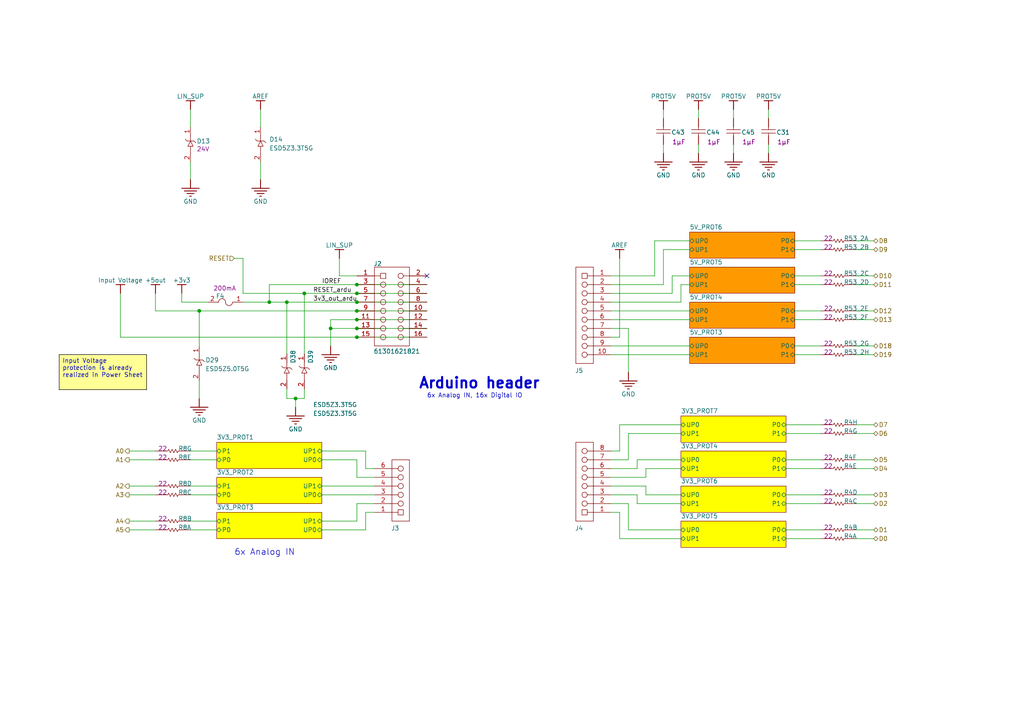
<source format=kicad_sch>
(kicad_sch (version 20250114) (generator "eeschema") (generator_version "9.0")
  (paper "User" 297.002 210.007)
  (title_block (title "ARDEP Arduino Connector") (rev "1"))
  (text "" (at 22.225 100.33 0) (effects (font (size 1.27 1.27)) (justify left bottom)))
  (text "Arduino header" (at 121.285 113.03 0) (effects (font (size 3.048 3.048) (thickness 0.6096) (bold yes)) (justify left bottom)))
  (text "6x Analog IN, 16x Digital IO" (at 123.825 115.57 0) (effects (font (size 1.27 1.27)) (justify left bottom)))
  (text "6x Analog IN" (at 67.945 161.29 0) (effects (font (size 1.778 1.778)) (justify left bottom)))
  (text_box "Input Voltage protection is already realized in Power Sheet" (at 42.545 102.87 0) (size -25.4 10.16) (margins 0.9525 0.9525 0.9525 0.9525) (stroke (width 0) (color 0 0 0 1)) (fill (type color) (color 255 255 150 1)) (effects (font (size 1.27 1.27)) (justify left top)))
  (junction (at 103.505 92.71))
  (junction (at 57.785 90.17))
  (junction (at 103.505 97.79))
  (junction (at 83.185 87.63))
  (junction (at 103.505 82.55))
  (junction (at 103.505 90.17))
  (junction (at 88.265 85.09))
  (junction (at 95.885 95.25))
  (junction (at 103.505 85.09))
  (junction (at 78.105 87.63))
  (junction (at 103.505 87.63))
  (junction (at 85.725 115.57))
  (junction (at 103.505 95.25))
  (no_connect (at 123.825 80.01))
  (wire (pts (xy 248.285 143.51) (xy 253.365 143.51)))
  (wire (pts (xy 187.325 138.43) (xy 187.325 135.89)))
  (wire (pts (xy 238.125 90.17) (xy 230.505 90.17)))
  (wire (pts (xy 83.185 112.776) (xy 83.185 115.57)))
  (wire (pts (xy 179.705 156.21) (xy 197.485 156.21)))
  (wire (pts (xy 177.165 85.09) (xy 194.945 85.09)))
  (wire (pts (xy 103.505 90.17) (xy 57.785 90.17)))
  (wire (pts (xy 184.785 135.89) (xy 184.785 133.35)))
  (wire (pts (xy 70.485 74.93) (xy 67.945 74.93)))
  (wire (pts (xy 253.365 100.33) (xy 248.285 100.33)))
  (wire (pts (xy 83.185 87.63) (xy 103.505 87.63)))
  (wire (pts (xy 37.465 140.97) (xy 45.085 140.97)))
  (wire (pts (xy 55.245 133.35) (xy 62.865 133.35)))
  (wire (pts (xy 103.505 85.09) (xy 123.825 85.09)))
  (wire (pts (xy 55.245 31.75) (xy 55.245 36.83)))
  (wire (pts (xy 88.265 85.09) (xy 70.485 85.09)))
  (wire (pts (xy 98.425 80.01) (xy 103.505 80.01)))
  (wire (pts (xy 177.165 143.51) (xy 184.785 143.51)))
  (wire (pts (xy 238.125 92.71) (xy 230.505 92.71)))
  (wire (pts (xy 106.045 148.59) (xy 108.585 148.59)))
  (wire (pts (xy 253.365 80.01) (xy 248.285 80.01)))
  (wire (pts (xy 103.505 146.05) (xy 103.505 151.13)))
  (wire (pts (xy 194.945 85.09) (xy 194.945 80.01)))
  (wire (pts (xy 253.365 92.71) (xy 248.285 92.71)))
  (wire (pts (xy 227.965 156.21) (xy 238.125 156.21)))
  (wire (pts (xy 85.725 115.57) (xy 85.725 118.11)))
  (wire (pts (xy 212.725 44.45) (xy 212.725 41.91)))
  (wire (pts (xy 83.185 102.616) (xy 83.185 87.63)))
  (wire (pts (xy 177.165 90.17) (xy 200.025 90.17)))
  (wire (pts (xy 253.365 90.17) (xy 248.285 90.17)))
  (wire (pts (xy 179.705 123.19) (xy 197.485 123.19)))
  (wire (pts (xy 37.465 151.13) (xy 45.085 151.13)))
  (wire (pts (xy 57.785 90.17) (xy 45.085 90.17)))
  (wire (pts (xy 75.565 36.83) (xy 75.565 31.75)))
  (wire (pts (xy 253.365 102.87) (xy 248.285 102.87)))
  (wire (pts (xy 200.025 102.87) (xy 177.165 102.87)))
  (wire (pts (xy 187.325 140.97) (xy 177.165 140.97)))
  (wire (pts (xy 222.885 31.75) (xy 222.885 34.29)))
  (wire (pts (xy 108.585 140.97) (xy 93.345 140.97)))
  (wire (pts (xy 184.785 133.35) (xy 197.485 133.35)))
  (wire (pts (xy 238.125 133.35) (xy 227.965 133.35)))
  (wire (pts (xy 182.245 95.25) (xy 182.245 107.95)))
  (wire (pts (xy 177.165 100.33) (xy 200.025 100.33)))
  (wire (pts (xy 88.265 102.616) (xy 88.265 85.09)))
  (wire (pts (xy 182.245 133.35) (xy 182.245 125.73)))
  (wire (pts (xy 192.405 72.39) (xy 200.025 72.39)))
  (wire (pts (xy 95.885 95.25) (xy 95.885 92.71)))
  (wire (pts (xy 238.125 102.87) (xy 230.505 102.87)))
  (wire (pts (xy 34.925 85.09) (xy 34.925 97.79)))
  (wire (pts (xy 103.505 133.35) (xy 103.505 138.43)))
  (wire (pts (xy 179.705 148.59) (xy 179.705 156.21)))
  (wire (pts (xy 192.405 82.55) (xy 192.405 72.39)))
  (wire (pts (xy 187.325 143.51) (xy 187.325 140.97)))
  (wire (pts (xy 184.785 146.05) (xy 197.485 146.05)))
  (wire (pts (xy 123.825 90.17) (xy 103.505 90.17)))
  (wire (pts (xy 238.125 80.01) (xy 230.505 80.01)))
  (wire (pts (xy 177.165 130.81) (xy 179.705 130.81)))
  (wire (pts (xy 95.885 92.71) (xy 103.505 92.71)))
  (wire (pts (xy 78.105 82.55) (xy 103.505 82.55)))
  (wire (pts (xy 177.165 133.35) (xy 182.245 133.35)))
  (wire (pts (xy 227.965 125.73) (xy 238.125 125.73)))
  (wire (pts (xy 182.245 153.67) (xy 182.245 146.05)))
  (wire (pts (xy 70.485 85.09) (xy 70.485 74.93)))
  (wire (pts (xy 55.245 143.51) (xy 62.865 143.51)))
  (wire (pts (xy 177.165 92.71) (xy 200.025 92.71)))
  (wire (pts (xy 192.405 31.75) (xy 192.405 34.29)))
  (wire (pts (xy 123.825 92.71) (xy 103.505 92.71)))
  (wire (pts (xy 248.285 125.73) (xy 253.365 125.73)))
  (wire (pts (xy 197.485 87.63) (xy 197.485 82.55)))
  (wire (pts (xy 103.505 151.13) (xy 93.345 151.13)))
  (wire (pts (xy 253.365 82.55) (xy 248.285 82.55)))
  (wire (pts (xy 108.585 146.05) (xy 103.505 146.05)))
  (wire (pts (xy 177.165 148.59) (xy 179.705 148.59)))
  (wire (pts (xy 177.165 87.63) (xy 197.485 87.63)))
  (wire (pts (xy 123.825 82.55) (xy 103.505 82.55)))
  (wire (pts (xy 238.125 82.55) (xy 230.505 82.55)))
  (wire (pts (xy 189.865 69.85) (xy 189.865 80.01)))
  (wire (pts (xy 238.125 143.51) (xy 227.965 143.51)))
  (wire (pts (xy 106.045 153.67) (xy 106.045 148.59)))
  (wire (pts (xy 179.705 130.81) (xy 179.705 123.19)))
  (wire (pts (xy 55.245 151.13) (xy 62.865 151.13)))
  (wire (pts (xy 248.285 153.67) (xy 253.365 153.67)))
  (wire (pts (xy 253.365 69.85) (xy 248.285 69.85)))
  (wire (pts (xy 93.345 153.67) (xy 106.045 153.67)))
  (wire (pts (xy 222.885 44.45) (xy 222.885 41.91)))
  (wire (pts (xy 177.165 138.43) (xy 187.325 138.43)))
  (wire (pts (xy 57.785 115.57) (xy 57.785 110.49)))
  (wire (pts (xy 202.565 31.75) (xy 202.565 34.29)))
  (wire (pts (xy 212.725 31.75) (xy 212.725 34.29)))
  (wire (pts (xy 238.125 69.85) (xy 230.505 69.85)))
  (wire (pts (xy 103.505 97.79) (xy 123.825 97.79)))
  (wire (pts (xy 123.825 95.25) (xy 103.505 95.25)))
  (wire (pts (xy 177.165 95.25) (xy 182.245 95.25)))
  (wire (pts (xy 182.245 125.73) (xy 197.485 125.73)))
  (wire (pts (xy 78.105 87.63) (xy 83.185 87.63)))
  (wire (pts (xy 182.245 146.05) (xy 177.165 146.05)))
  (wire (pts (xy 88.265 112.776) (xy 88.265 115.57)))
  (wire (pts (xy 248.285 146.05) (xy 253.365 146.05)))
  (wire (pts (xy 197.485 143.51) (xy 187.325 143.51)))
  (wire (pts (xy 103.505 85.09) (xy 88.265 85.09)))
  (wire (pts (xy 227.965 123.19) (xy 238.125 123.19)))
  (wire (pts (xy 187.325 135.89) (xy 197.485 135.89)))
  (wire (pts (xy 177.165 97.79) (xy 179.705 97.79)))
  (wire (pts (xy 177.165 82.55) (xy 192.405 82.55)))
  (wire (pts (xy 93.345 133.35) (xy 103.505 133.35)))
  (wire (pts (xy 248.285 133.35) (xy 253.365 133.35)))
  (wire (pts (xy 238.125 146.05) (xy 227.965 146.05)))
  (wire (pts (xy 55.245 130.81) (xy 62.865 130.81)))
  (wire (pts (xy 253.365 72.39) (xy 248.285 72.39)))
  (wire (pts (xy 93.345 143.51) (xy 108.585 143.51)))
  (wire (pts (xy 52.705 85.09) (xy 52.705 87.63)))
  (wire (pts (xy 238.125 72.39) (xy 230.505 72.39)))
  (wire (pts (xy 95.885 100.33) (xy 95.885 95.25)))
  (wire (pts (xy 37.465 153.67) (xy 45.085 153.67)))
  (wire (pts (xy 184.785 143.51) (xy 184.785 146.05)))
  (wire (pts (xy 70.485 87.63) (xy 78.105 87.63)))
  (wire (pts (xy 106.045 135.89) (xy 106.045 130.81)))
  (wire (pts (xy 248.285 123.19) (xy 253.365 123.19)))
  (wire (pts (xy 238.125 135.89) (xy 227.965 135.89)))
  (wire (pts (xy 106.045 130.81) (xy 93.345 130.81)))
  (wire (pts (xy 75.565 52.07) (xy 75.565 46.99)))
  (wire (pts (xy 179.705 97.79) (xy 179.705 74.93)))
  (wire (pts (xy 55.245 52.07) (xy 55.245 46.99)))
  (wire (pts (xy 189.865 80.01) (xy 177.165 80.01)))
  (wire (pts (xy 194.945 80.01) (xy 200.025 80.01)))
  (wire (pts (xy 57.785 100.33) (xy 57.785 90.17)))
  (wire (pts (xy 37.465 143.51) (xy 45.085 143.51)))
  (wire (pts (xy 248.285 135.89) (xy 253.365 135.89)))
  (wire (pts (xy 197.485 153.67) (xy 182.245 153.67)))
  (wire (pts (xy 95.885 95.25) (xy 103.505 95.25)))
  (wire (pts (xy 34.925 97.79) (xy 103.505 97.79)))
  (wire (pts (xy 88.265 115.57) (xy 85.725 115.57)))
  (wire (pts (xy 227.965 153.67) (xy 238.125 153.67)))
  (wire (pts (xy 192.405 44.45) (xy 192.405 41.91)))
  (wire (pts (xy 37.465 133.35) (xy 45.085 133.35)))
  (wire (pts (xy 248.285 156.21) (xy 253.365 156.21)))
  (wire (pts (xy 200.025 69.85) (xy 189.865 69.85)))
  (wire (pts (xy 108.585 135.89) (xy 106.045 135.89)))
  (wire (pts (xy 45.085 90.17) (xy 45.085 85.09)))
  (wire (pts (xy 177.165 135.89) (xy 184.785 135.89)))
  (wire (pts (xy 55.245 140.97) (xy 62.865 140.97)))
  (wire (pts (xy 238.125 100.33) (xy 230.505 100.33)))
  (wire (pts (xy 83.185 115.57) (xy 85.725 115.57)))
  (wire (pts (xy 55.245 153.67) (xy 62.865 153.67)))
  (wire (pts (xy 197.485 82.55) (xy 200.025 82.55)))
  (wire (pts (xy 103.505 138.43) (xy 108.585 138.43)))
  (wire (pts (xy 52.705 87.63) (xy 60.325 87.63)))
  (wire (pts (xy 202.565 44.45) (xy 202.565 41.91)))
  (wire (pts (xy 78.105 87.63) (xy 78.105 82.55)))
  (wire (pts (xy 37.465 130.81) (xy 45.085 130.81)))
  (wire (pts (xy 103.505 87.63) (xy 123.825 87.63)))
  (wire (pts (xy 98.425 74.93) (xy 98.425 80.01)))
  (label "IOREF" (at 93.345 82.55 0))
  (label "3v3_out_ardu" (at 90.805 87.63 0))
  (label "RESET_ardu" (at 90.805 85.09 0))
  (hierarchical_label "D0" (shape bidirectional) (at 253.365 156.21 0))
  (hierarchical_label "D4" (shape bidirectional) (at 253.365 135.89 0))
  (hierarchical_label "D11" (shape bidirectional) (at 253.365 82.55 0))
  (hierarchical_label "D6" (shape bidirectional) (at 253.365 125.73 0))
  (hierarchical_label "D18" (shape bidirectional) (at 253.365 100.33 0))
  (hierarchical_label "D1" (shape bidirectional) (at 253.365 153.67 0))
  (hierarchical_label "D2" (shape bidirectional) (at 253.365 146.05 0))
  (hierarchical_label "A1" (shape output) (at 37.465 133.35 180))
  (hierarchical_label "D5" (shape bidirectional) (at 253.365 133.35 0))
  (hierarchical_label "D19" (shape bidirectional) (at 253.365 102.87 0))
  (hierarchical_label "D9" (shape bidirectional) (at 253.365 72.39 0))
  (hierarchical_label "A5" (shape output) (at 37.465 153.67 180))
  (hierarchical_label "A0" (shape output) (at 37.465 130.81 180))
  (hierarchical_label "A2" (shape output) (at 37.465 140.97 180))
  (hierarchical_label "A4" (shape output) (at 37.465 151.13 180))
  (hierarchical_label "D8" (shape bidirectional) (at 253.365 69.85 0))
  (hierarchical_label "D12" (shape bidirectional) (at 253.365 90.17 0))
  (hierarchical_label "D10" (shape bidirectional) (at 253.365 80.01 0))
  (hierarchical_label "RESET" (shape input) (at 67.945 74.93 180))
  (hierarchical_label "D7" (shape bidirectional) (at 253.365 123.19 0))
  (hierarchical_label "A3" (shape output) (at 37.465 143.51 180))
  (hierarchical_label "D13" (shape bidirectional) (at 253.365 92.71 0))
  (hierarchical_label "D3" (shape bidirectional) (at 253.365 143.51 0))
  (symbol (lib_id "ARDEP2_Mainboard:Arduino Socket Header_0_RES-2_Frickly Systems GmbH") (at 240.665 153.67 0) (unit 2)
    (property "Reference" "R4" (at 244.729 153.67 0) (effects (justify left bottom)))
    (property "Value" "EXB-2HV220JV" (effects (hide yes)))
    (property "Footprint" "Panasonic EXB2HV" (effects (hide yes)))
    (property "Description" "Resistor Thick Film Array 22 Ohm 5% 1/4W 200ppm/C ISOL 16-Pin 1506(8 X 0402) Convex SMD Punched Carrier T/R" (effects (hide yes)))
    (property "NUMBER OF CONTACTS" "16" (effects (hide yes)))
    (property "MIN OPERATING TEMPERATURE" "-55°C" (effects (hide yes)))
    (property "THICKNESS" "450µm" (effects (hide yes)))
    (property "NUMBER OF TERMINALS" "16" (effects (hide yes)))
    (property "POWER" "250mW" (effects (hide yes)))
    (property "COMPOSITION" "Thick Film" (effects (hide yes)))
    (property "HEIGHT" "450µm" (effects (hide yes)))
    (property "TERMINATION" "Convex" (effects (hide yes)))
    (property "WORKING VOLTAGE" "25V" (effects (hide yes)))
    (property "DEPTH" "1.6mm" (effects (hide yes)))
    (property "MOUNTING TECHNOLOGY" "Surface Mount" (effects (hide yes)))
    (property "REACH SVHC" "Yes" (effects (hide yes)))
    (property "CIRCUIT TYPE" "Isolated" (effects (hide yes)))
    (property "LEAD FREE" "Lead Free" (effects (hide yes)))
    (property "MAX OPERATING TEMPERATURE" "125°C" (effects (hide yes)))
    (property "NUMBER OF ELEMENTS" "1" (effects (hide yes)))
    (property "CONTACT PLATING" "Tin" (effects (hide yes)))
    (property "POWER PER ELEMENT" "62.5mW" (effects (hide yes)))
    (property "ROHS COMPLIANT" "Yes" (effects (hide yes)))
    (property "RADIATION HARDENING" "No" (effects (hide yes)))
    (property "LIFECYCLE STATUS" "Production" (effects (hide yes)))
    (property "PINS" "16" (effects (hide yes)))
    (property "NUMBER OF CIRCUITS" "8" (effects (hide yes)))
    (property "POWER RATING" "250mW" (effects (hide yes)))
    (property "PACKAGING" "Cut Tape" (effects (hide yes)))
    (property "CASE CODE (IMPERIAL)" "0402" (effects (hide yes)))
    (property "LENGTH" "3.8mm" (effects (hide yes)))
    (property "POWER DISSIPATION" "250mW" (effects (hide yes)))
    (property "TEMPERATURE COEFFICIENT" "200ppm/°C" (effects (hide yes)))
    (property "NUMBER OF RESISTORS" "8" (effects (hide yes)))
    (property "CASE CODE (METRIC)" "1005" (effects (hide yes)))
    (property "ALTIUM_VALUE" "22" (at 238.887 153.67 0) (effects (justify left bottom)))
    (property "TERMINAL PITCH" "500µm" (effects (hide yes)))
    (property "CASE/PACKAGE" "0602" (effects (hide yes)))
    (property "ROHS" "Compliant" (effects (hide yes)))
    (property "WIDTH" "1.6mm" (effects (hide yes)))
    (property "SCHEDULE B" "8533210025, 8533210025" (effects (hide yes)))
    (property "VOLTAGE RATING" "25V" (effects (hide yes)))
    (property "TOLERANCE" "5%" (effects (hide yes)))
    (property "MILITARY STANDARD" "Not" (effects (hide yes)))
  )
  (symbol (lib_id "ARDEP2_Mainboard:LIN_SUP_BAR") (at 98.425 74.93 180) (unit 1)
    (property "Reference" "#PWR069" (effects (hide yes)))
    (property "Value" "LIN_SUP" (at 98.425 71.12 0))
  )
  (symbol (lib_id "ARDEP2_Mainboard:+3v3_BAR") (at 52.705 85.09 180) (unit 1)
    (property "Reference" "#PWR010" (effects (hide yes)))
    (property "Value" "+3v3" (at 52.705 81.28 0))
  )
  (symbol (lib_id "ARDEP2_Mainboard:GND_POWER_GROUND") (at 85.725 118.11 0) (unit 1)
    (property "Reference" "#PWR067" (effects (hide yes)))
    (property "Value" "GND" (at 85.725 124.46 0))
  )
  (symbol (lib_id "ARDEP2_Mainboard:Arduino Socket Header_0_RES-2_Frickly Systems GmbH") (at 47.625 151.13 0) (unit 2)
    (property "Reference" "R8" (at 51.689 151.13 0) (effects (justify left bottom)))
    (property "Value" "EXB-2HV220JV" (effects (hide yes)))
    (property "Footprint" "Panasonic EXB2HV" (effects (hide yes)))
    (property "Description" "Resistor Thick Film Array 22 Ohm 5% 1/4W 200ppm/C ISOL 16-Pin 1506(8 X 0402) Convex SMD Punched Carrier T/R" (effects (hide yes)))
    (property "NUMBER OF CONTACTS" "16" (effects (hide yes)))
    (property "MIN OPERATING TEMPERATURE" "-55°C" (effects (hide yes)))
    (property "THICKNESS" "450µm" (effects (hide yes)))
    (property "NUMBER OF TERMINALS" "16" (effects (hide yes)))
    (property "POWER" "250mW" (effects (hide yes)))
    (property "COMPOSITION" "Thick Film" (effects (hide yes)))
    (property "HEIGHT" "450µm" (effects (hide yes)))
    (property "TERMINATION" "Convex" (effects (hide yes)))
    (property "WORKING VOLTAGE" "25V" (effects (hide yes)))
    (property "DEPTH" "1.6mm" (effects (hide yes)))
    (property "MOUNTING TECHNOLOGY" "Surface Mount" (effects (hide yes)))
    (property "REACH SVHC" "Yes" (effects (hide yes)))
    (property "CIRCUIT TYPE" "Isolated" (effects (hide yes)))
    (property "LEAD FREE" "Lead Free" (effects (hide yes)))
    (property "MAX OPERATING TEMPERATURE" "125°C" (effects (hide yes)))
    (property "NUMBER OF ELEMENTS" "1" (effects (hide yes)))
    (property "CONTACT PLATING" "Tin" (effects (hide yes)))
    (property "POWER PER ELEMENT" "62.5mW" (effects (hide yes)))
    (property "ROHS COMPLIANT" "Yes" (effects (hide yes)))
    (property "RADIATION HARDENING" "No" (effects (hide yes)))
    (property "LIFECYCLE STATUS" "Production" (effects (hide yes)))
    (property "PINS" "16" (effects (hide yes)))
    (property "NUMBER OF CIRCUITS" "8" (effects (hide yes)))
    (property "POWER RATING" "250mW" (effects (hide yes)))
    (property "PACKAGING" "Cut Tape" (effects (hide yes)))
    (property "CASE CODE (IMPERIAL)" "0402" (effects (hide yes)))
    (property "LENGTH" "3.8mm" (effects (hide yes)))
    (property "POWER DISSIPATION" "250mW" (effects (hide yes)))
    (property "TEMPERATURE COEFFICIENT" "200ppm/°C" (effects (hide yes)))
    (property "NUMBER OF RESISTORS" "8" (effects (hide yes)))
    (property "CASE CODE (METRIC)" "1005" (effects (hide yes)))
    (property "ALTIUM_VALUE" "22" (at 45.847 151.13 0) (effects (justify left bottom)))
    (property "TERMINAL PITCH" "500µm" (effects (hide yes)))
    (property "CASE/PACKAGE" "0602" (effects (hide yes)))
    (property "ROHS" "Compliant" (effects (hide yes)))
    (property "WIDTH" "1.6mm" (effects (hide yes)))
    (property "SCHEDULE B" "8533210025, 8533210025" (effects (hide yes)))
    (property "VOLTAGE RATING" "25V" (effects (hide yes)))
    (property "TOLERANCE" "5%" (effects (hide yes)))
    (property "MILITARY STANDARD" "Not" (effects (hide yes)))
  )
  (symbol (lib_id "ARDEP2_Mainboard:GND_POWER_GROUND") (at 55.245 52.07 0) (unit 1)
    (property "Reference" "#PWR012" (effects (hide yes)))
    (property "Value" "GND" (at 55.245 58.42 0))
  )
  (symbol (lib_id "ARDEP2_Mainboard:PROT5V_BAR") (at 222.885 31.75 180) (unit 1)
    (property "Reference" "#PWR078" (effects (hide yes)))
    (property "Value" "PROT5V" (at 222.885 27.94 0))
  )
  (symbol (lib_id "ARDEP2_Mainboard:Arduino Socket Header_1_Capacitor_Frickly Systems GmbH") (at 222.885 41.91 0) (unit 1)
    (property "Reference" "C31" (at 225.171 39.116 0) (effects (justify left bottom)))
    (property "Value" "C-1uF-10%-50V-0603-X5R" (effects (hide yes)))
    (property "Footprint" "C_0603_JB" (effects (hide yes)))
    (property "Description" "Ceramic Capacitor, Multilayer, Ceramic, 50V, 10% +Tol, 10% -Tol, X5R, 15% TC, 1uF, Surface Mount, 0603" (effects (hide yes)))
    (property "CASE/PACKAGE" "0603" (effects (hide yes)))
    (property "MAX OPERATING TEMPERATURE" "85°C" (effects (hide yes)))
    (property "TOLERANCE" "10%" (effects (hide yes)))
    (property "MIN OPERATING TEMPERATURE" "-55°C" (effects (hide yes)))
    (property "TO BE CHECKED" "Yes, Part choices" (effects (hide yes)))
    (property "MOUNT" "Surface Mount" (effects (hide yes)))
    (property "CAPACITANCE" "1µF" (at 225.425 41.91 0) (effects (justify left bottom)))
    (property "TEMPERATURE CHARACTERISTICS CODE" "X5R" (effects (hide yes)))
    (property "RATED DC VOLTAGE (URDC)" "50V" (effects (hide yes)))
    (property "DIELECTRIC MATERIAL" "Ceramic" (effects (hide yes)))
  )
  (symbol (lib_id "ARDEP2_Mainboard:Arduino Socket Header_0_RES-2_Frickly Systems GmbH") (at 240.665 133.35 0) (unit 6)
    (property "Reference" "R4" (at 244.729 133.35 0) (effects (justify left bottom)))
    (property "Value" "EXB-2HV220JV" (effects (hide yes)))
    (property "Footprint" "Panasonic EXB2HV" (effects (hide yes)))
    (property "Description" "Resistor Thick Film Array 22 Ohm 5% 1/4W 200ppm/C ISOL 16-Pin 1506(8 X 0402) Convex SMD Punched Carrier T/R" (effects (hide yes)))
    (property "NUMBER OF CONTACTS" "16" (effects (hide yes)))
    (property "MIN OPERATING TEMPERATURE" "-55°C" (effects (hide yes)))
    (property "THICKNESS" "450µm" (effects (hide yes)))
    (property "NUMBER OF TERMINALS" "16" (effects (hide yes)))
    (property "POWER" "250mW" (effects (hide yes)))
    (property "COMPOSITION" "Thick Film" (effects (hide yes)))
    (property "HEIGHT" "450µm" (effects (hide yes)))
    (property "TERMINATION" "Convex" (effects (hide yes)))
    (property "WORKING VOLTAGE" "25V" (effects (hide yes)))
    (property "DEPTH" "1.6mm" (effects (hide yes)))
    (property "MOUNTING TECHNOLOGY" "Surface Mount" (effects (hide yes)))
    (property "REACH SVHC" "Yes" (effects (hide yes)))
    (property "CIRCUIT TYPE" "Isolated" (effects (hide yes)))
    (property "LEAD FREE" "Lead Free" (effects (hide yes)))
    (property "MAX OPERATING TEMPERATURE" "125°C" (effects (hide yes)))
    (property "NUMBER OF ELEMENTS" "1" (effects (hide yes)))
    (property "CONTACT PLATING" "Tin" (effects (hide yes)))
    (property "POWER PER ELEMENT" "62.5mW" (effects (hide yes)))
    (property "ROHS COMPLIANT" "Yes" (effects (hide yes)))
    (property "RADIATION HARDENING" "No" (effects (hide yes)))
    (property "LIFECYCLE STATUS" "Production" (effects (hide yes)))
    (property "PINS" "16" (effects (hide yes)))
    (property "NUMBER OF CIRCUITS" "8" (effects (hide yes)))
    (property "POWER RATING" "250mW" (effects (hide yes)))
    (property "PACKAGING" "Cut Tape" (effects (hide yes)))
    (property "CASE CODE (IMPERIAL)" "0402" (effects (hide yes)))
    (property "LENGTH" "3.8mm" (effects (hide yes)))
    (property "POWER DISSIPATION" "250mW" (effects (hide yes)))
    (property "TEMPERATURE COEFFICIENT" "200ppm/°C" (effects (hide yes)))
    (property "NUMBER OF RESISTORS" "8" (effects (hide yes)))
    (property "CASE CODE (METRIC)" "1005" (effects (hide yes)))
    (property "ALTIUM_VALUE" "22" (at 238.887 133.35 0) (effects (justify left bottom)))
    (property "TERMINAL PITCH" "500µm" (effects (hide yes)))
    (property "CASE/PACKAGE" "0602" (effects (hide yes)))
    (property "ROHS" "Compliant" (effects (hide yes)))
    (property "WIDTH" "1.6mm" (effects (hide yes)))
    (property "SCHEDULE B" "8533210025, 8533210025" (effects (hide yes)))
    (property "VOLTAGE RATING" "25V" (effects (hide yes)))
    (property "TOLERANCE" "5%" (effects (hide yes)))
    (property "MILITARY STANDARD" "Not" (effects (hide yes)))
  )
  (symbol (lib_id "ARDEP2_Mainboard:Arduino Socket Header_2_mirrored_Symbol_Frickly Systems GmbH") (at 113.665 151.13 0) (unit 1)
    (property "Reference" "J3" (at 113.411 153.924 0) (effects (justify left bottom)))
    (property "Value" "61300611821" (effects (hide yes)))
    (property "Footprint" "61300611821" (effects (hide yes)))
    (property "Description" "WR-PHD Socket Header, THT, pitch 2.54mm, Single Row, Vertical, 6p" (effects (hide yes)))
    (property "WORKING VOLTAGE" "250VAC" (effects (hide yes)))
    (property "PINS" "6" (effects (hide yes)))
    (property "COMPONENTLINK1DESCRIPTION" "Manufacturer" (effects (hide yes)))
    (property "GENDER" "Socket Header" (effects (hide yes)))
    (property "MANUFACTURER PART NUMBER" "61300611821" (effects (hide yes)))
    (property "CONTACT RESISTANCE" "20mOhm" (effects (hide yes)))
    (property "SOURCE" "WR-PHD_Socket Header.SchLib" (effects (hide yes)))
    (property "MOUNTING TECHNOLOGY" "THT" (effects (hide yes)))
    (property "WITHSTANDING VOLTAGE" "500VAC" (effects (hide yes)))
    (property "COMPONENTLINK2URL" "https://www.we-online.com/catalog/datasheet/61300611821.pdf" (effects (hide yes)))
    (property "ROW NUMBER" "Single" (effects (hide yes)))
    (property "COMPONENTLINK2DESCRIPTION" "Datasheet" (effects (hide yes)))
    (property "COMPONENTLINK1URL" "http://www.we-online.de" (effects (hide yes)))
    (property "DESIGN ITEM ID" "61300611821" (effects (hide yes)))
    (property "RATED CURRENT" "3A" (effects (hide yes)))
    (property "ORIENTATION" "Vertical" (effects (hide yes)))
    (property "MANUFACTURER" "Wurth Elektronik" (effects (hide yes)))
    (property "PACKAGING" "Tray" (effects (hide yes)))
    (property "PITCH" "2.54mm" (effects (hide yes)))
    (property "OPERATING TEMPERATURE" "-40 to +125degC" (effects (hide yes)))
  )
  (symbol (lib_id "ARDEP2_Mainboard:GND_POWER_GROUND") (at 212.725 44.45 0) (unit 1)
    (property "Reference" "#PWR077" (effects (hide yes)))
    (property "Value" "GND" (at 212.725 50.8 0))
  )
  (symbol (lib_id "ARDEP2_Mainboard:Arduino Socket Header_1_Capacitor_Frickly Systems GmbH") (at 202.565 41.91 0) (unit 1)
    (property "Reference" "C44" (at 204.851 39.116 0) (effects (justify left bottom)))
    (property "Value" "C-1uF-10%-50V-0603-X5R" (effects (hide yes)))
    (property "Footprint" "C_0603_JB" (effects (hide yes)))
    (property "Description" "Ceramic Capacitor, Multilayer, Ceramic, 50V, 10% +Tol, 10% -Tol, X5R, 15% TC, 1uF, Surface Mount, 0603" (effects (hide yes)))
    (property "CASE/PACKAGE" "0603" (effects (hide yes)))
    (property "MAX OPERATING TEMPERATURE" "85°C" (effects (hide yes)))
    (property "TOLERANCE" "10%" (effects (hide yes)))
    (property "MIN OPERATING TEMPERATURE" "-55°C" (effects (hide yes)))
    (property "TO BE CHECKED" "Yes, Part choices" (effects (hide yes)))
    (property "MOUNT" "Surface Mount" (effects (hide yes)))
    (property "CAPACITANCE" "1µF" (at 205.105 41.91 0) (effects (justify left bottom)))
    (property "TEMPERATURE CHARACTERISTICS CODE" "X5R" (effects (hide yes)))
    (property "RATED DC VOLTAGE (URDC)" "50V" (effects (hide yes)))
    (property "DIELECTRIC MATERIAL" "Ceramic" (effects (hide yes)))
  )
  (symbol (lib_id "ARDEP2_Mainboard:PROT5V_BAR") (at 212.725 31.75 180) (unit 1)
    (property "Reference" "#PWR076" (effects (hide yes)))
    (property "Value" "PROT5V" (at 212.725 27.94 0))
  )
  (symbol (lib_id "ARDEP2_Mainboard:Arduino Socket Header_0_RES-2_Frickly Systems GmbH") (at 240.665 69.85 0) (unit 1)
    (property "Reference" "R53_2" (at 244.729 69.85 0) (effects (justify left bottom)))
    (property "Value" "EXB-2HV220JV" (effects (hide yes)))
    (property "Footprint" "Panasonic EXB2HV" (effects (hide yes)))
    (property "Description" "Resistor Thick Film Array 22 Ohm 5% 1/4W 200ppm/C ISOL 16-Pin 1506(8 X 0402) Convex SMD Punched Carrier T/R" (effects (hide yes)))
    (property "NUMBER OF CONTACTS" "16" (effects (hide yes)))
    (property "MIN OPERATING TEMPERATURE" "-55°C" (effects (hide yes)))
    (property "THICKNESS" "450µm" (effects (hide yes)))
    (property "NUMBER OF TERMINALS" "16" (effects (hide yes)))
    (property "POWER" "250mW" (effects (hide yes)))
    (property "COMPOSITION" "Thick Film" (effects (hide yes)))
    (property "HEIGHT" "450µm" (effects (hide yes)))
    (property "TERMINATION" "Convex" (effects (hide yes)))
    (property "WORKING VOLTAGE" "25V" (effects (hide yes)))
    (property "DEPTH" "1.6mm" (effects (hide yes)))
    (property "MOUNTING TECHNOLOGY" "Surface Mount" (effects (hide yes)))
    (property "REACH SVHC" "Yes" (effects (hide yes)))
    (property "CIRCUIT TYPE" "Isolated" (effects (hide yes)))
    (property "LEAD FREE" "Lead Free" (effects (hide yes)))
    (property "MAX OPERATING TEMPERATURE" "125°C" (effects (hide yes)))
    (property "NUMBER OF ELEMENTS" "1" (effects (hide yes)))
    (property "CONTACT PLATING" "Tin" (effects (hide yes)))
    (property "POWER PER ELEMENT" "62.5mW" (effects (hide yes)))
    (property "ROHS COMPLIANT" "Yes" (effects (hide yes)))
    (property "RADIATION HARDENING" "No" (effects (hide yes)))
    (property "LIFECYCLE STATUS" "Production" (effects (hide yes)))
    (property "PINS" "16" (effects (hide yes)))
    (property "NUMBER OF CIRCUITS" "8" (effects (hide yes)))
    (property "POWER RATING" "250mW" (effects (hide yes)))
    (property "PACKAGING" "Cut Tape" (effects (hide yes)))
    (property "CASE CODE (IMPERIAL)" "0402" (effects (hide yes)))
    (property "LENGTH" "3.8mm" (effects (hide yes)))
    (property "POWER DISSIPATION" "250mW" (effects (hide yes)))
    (property "TEMPERATURE COEFFICIENT" "200ppm/°C" (effects (hide yes)))
    (property "NUMBER OF RESISTORS" "8" (effects (hide yes)))
    (property "CASE CODE (METRIC)" "1005" (effects (hide yes)))
    (property "ALTIUM_VALUE" "22" (at 238.887 69.85 0) (effects (justify left bottom)))
    (property "TERMINAL PITCH" "500µm" (effects (hide yes)))
    (property "CASE/PACKAGE" "0602" (effects (hide yes)))
    (property "ROHS" "Compliant" (effects (hide yes)))
    (property "WIDTH" "1.6mm" (effects (hide yes)))
    (property "SCHEDULE B" "8533210025, 8533210025" (effects (hide yes)))
    (property "VOLTAGE RATING" "25V" (effects (hide yes)))
    (property "TOLERANCE" "5%" (effects (hide yes)))
    (property "MILITARY STANDARD" "Not" (effects (hide yes)))
  )
  (symbol (lib_id "ARDEP2_Mainboard:Arduino Socket Header_0_RES-2_Frickly Systems GmbH") (at 240.665 100.33 0) (unit 7)
    (property "Reference" "R53_2" (at 244.729 100.33 0) (effects (justify left bottom)))
    (property "Value" "EXB-2HV220JV" (effects (hide yes)))
    (property "Footprint" "Panasonic EXB2HV" (effects (hide yes)))
    (property "Description" "Resistor Thick Film Array 22 Ohm 5% 1/4W 200ppm/C ISOL 16-Pin 1506(8 X 0402) Convex SMD Punched Carrier T/R" (effects (hide yes)))
    (property "NUMBER OF CONTACTS" "16" (effects (hide yes)))
    (property "MIN OPERATING TEMPERATURE" "-55°C" (effects (hide yes)))
    (property "THICKNESS" "450µm" (effects (hide yes)))
    (property "NUMBER OF TERMINALS" "16" (effects (hide yes)))
    (property "POWER" "250mW" (effects (hide yes)))
    (property "COMPOSITION" "Thick Film" (effects (hide yes)))
    (property "HEIGHT" "450µm" (effects (hide yes)))
    (property "TERMINATION" "Convex" (effects (hide yes)))
    (property "WORKING VOLTAGE" "25V" (effects (hide yes)))
    (property "DEPTH" "1.6mm" (effects (hide yes)))
    (property "MOUNTING TECHNOLOGY" "Surface Mount" (effects (hide yes)))
    (property "REACH SVHC" "Yes" (effects (hide yes)))
    (property "CIRCUIT TYPE" "Isolated" (effects (hide yes)))
    (property "LEAD FREE" "Lead Free" (effects (hide yes)))
    (property "MAX OPERATING TEMPERATURE" "125°C" (effects (hide yes)))
    (property "NUMBER OF ELEMENTS" "1" (effects (hide yes)))
    (property "CONTACT PLATING" "Tin" (effects (hide yes)))
    (property "POWER PER ELEMENT" "62.5mW" (effects (hide yes)))
    (property "ROHS COMPLIANT" "Yes" (effects (hide yes)))
    (property "RADIATION HARDENING" "No" (effects (hide yes)))
    (property "LIFECYCLE STATUS" "Production" (effects (hide yes)))
    (property "PINS" "16" (effects (hide yes)))
    (property "NUMBER OF CIRCUITS" "8" (effects (hide yes)))
    (property "POWER RATING" "250mW" (effects (hide yes)))
    (property "PACKAGING" "Cut Tape" (effects (hide yes)))
    (property "CASE CODE (IMPERIAL)" "0402" (effects (hide yes)))
    (property "LENGTH" "3.8mm" (effects (hide yes)))
    (property "POWER DISSIPATION" "250mW" (effects (hide yes)))
    (property "TEMPERATURE COEFFICIENT" "200ppm/°C" (effects (hide yes)))
    (property "NUMBER OF RESISTORS" "8" (effects (hide yes)))
    (property "CASE CODE (METRIC)" "1005" (effects (hide yes)))
    (property "ALTIUM_VALUE" "22" (at 238.887 100.33 0) (effects (justify left bottom)))
    (property "TERMINAL PITCH" "500µm" (effects (hide yes)))
    (property "CASE/PACKAGE" "0602" (effects (hide yes)))
    (property "ROHS" "Compliant" (effects (hide yes)))
    (property "WIDTH" "1.6mm" (effects (hide yes)))
    (property "SCHEDULE B" "8533210025, 8533210025" (effects (hide yes)))
    (property "VOLTAGE RATING" "25V" (effects (hide yes)))
    (property "TOLERANCE" "5%" (effects (hide yes)))
    (property "MILITARY STANDARD" "Not" (effects (hide yes)))
  )
  (symbol (lib_id "ARDEP2_Mainboard:Arduino Socket Header_2_Symbol_Frickly Systems GmbH") (at 172.085 151.13 0) (unit 1)
    (property "Reference" "J4" (at 166.751 153.924 0) (effects (justify left bottom)))
    (property "Value" "61300811821" (effects (hide yes)))
    (property "Footprint" "61300811821" (effects (hide yes)))
    (property "Description" "WR-PHD Socket Header, THT, pitch 2.54mm, Single Row, Vertical, 8p" (effects (hide yes)))
    (property "ROW NUMBER" "Single" (effects (hide yes)))
    (property "PACKAGING" "Tray" (effects (hide yes)))
    (property "WITHSTANDING VOLTAGE" "500VAC" (effects (hide yes)))
    (property "RATED CURRENT" "3A" (effects (hide yes)))
    (property "WORKING VOLTAGE" "250VAC" (effects (hide yes)))
    (property "OPERATING TEMPERATURE" "-40 to +125degC" (effects (hide yes)))
    (property "SOURCE" "WR-PHD_Socket Header.SchLib" (effects (hide yes)))
    (property "MANUFACTURER PART NUMBER" "61300811821" (effects (hide yes)))
    (property "DESIGN ITEM ID" "61300811821" (effects (hide yes)))
    (property "PINS" "8" (effects (hide yes)))
    (property "COMPONENTLINK2URL" "https://www.we-online.com/catalog/datasheet/61300811821.pdf" (effects (hide yes)))
    (property "PITCH" "2.54mm" (effects (hide yes)))
    (property "MANUFACTURER" "Wurth Elektronik" (effects (hide yes)))
    (property "CONTACT RESISTANCE" "20mOhm" (effects (hide yes)))
    (property "COMPONENTLINK1URL" "http://www.we-online.de" (effects (hide yes)))
    (property "COMPONENTLINK1DESCRIPTION" "Manufacturer" (effects (hide yes)))
    (property "ORIENTATION" "Vertical" (effects (hide yes)))
    (property "COMPONENTLINK2DESCRIPTION" "Datasheet" (effects (hide yes)))
    (property "MOUNTING TECHNOLOGY" "THT" (effects (hide yes)))
    (property "GENDER" "Socket Header" (effects (hide yes)))
  )
  (symbol (lib_id "ARDEP2_Mainboard:Arduino Socket Header_0_RES-2_Frickly Systems GmbH") (at 47.625 133.35 0) (unit 5)
    (property "Reference" "R8" (at 51.689 133.35 0) (effects (justify left bottom)))
    (property "Value" "EXB-2HV220JV" (effects (hide yes)))
    (property "Footprint" "Panasonic EXB2HV" (effects (hide yes)))
    (property "Description" "Resistor Thick Film Array 22 Ohm 5% 1/4W 200ppm/C ISOL 16-Pin 1506(8 X 0402) Convex SMD Punched Carrier T/R" (effects (hide yes)))
    (property "NUMBER OF CONTACTS" "16" (effects (hide yes)))
    (property "MIN OPERATING TEMPERATURE" "-55°C" (effects (hide yes)))
    (property "THICKNESS" "450µm" (effects (hide yes)))
    (property "NUMBER OF TERMINALS" "16" (effects (hide yes)))
    (property "POWER" "250mW" (effects (hide yes)))
    (property "COMPOSITION" "Thick Film" (effects (hide yes)))
    (property "HEIGHT" "450µm" (effects (hide yes)))
    (property "TERMINATION" "Convex" (effects (hide yes)))
    (property "WORKING VOLTAGE" "25V" (effects (hide yes)))
    (property "DEPTH" "1.6mm" (effects (hide yes)))
    (property "MOUNTING TECHNOLOGY" "Surface Mount" (effects (hide yes)))
    (property "REACH SVHC" "Yes" (effects (hide yes)))
    (property "CIRCUIT TYPE" "Isolated" (effects (hide yes)))
    (property "LEAD FREE" "Lead Free" (effects (hide yes)))
    (property "MAX OPERATING TEMPERATURE" "125°C" (effects (hide yes)))
    (property "NUMBER OF ELEMENTS" "1" (effects (hide yes)))
    (property "CONTACT PLATING" "Tin" (effects (hide yes)))
    (property "POWER PER ELEMENT" "62.5mW" (effects (hide yes)))
    (property "ROHS COMPLIANT" "Yes" (effects (hide yes)))
    (property "RADIATION HARDENING" "No" (effects (hide yes)))
    (property "LIFECYCLE STATUS" "Production" (effects (hide yes)))
    (property "PINS" "16" (effects (hide yes)))
    (property "NUMBER OF CIRCUITS" "8" (effects (hide yes)))
    (property "POWER RATING" "250mW" (effects (hide yes)))
    (property "PACKAGING" "Cut Tape" (effects (hide yes)))
    (property "CASE CODE (IMPERIAL)" "0402" (effects (hide yes)))
    (property "LENGTH" "3.8mm" (effects (hide yes)))
    (property "POWER DISSIPATION" "250mW" (effects (hide yes)))
    (property "TEMPERATURE COEFFICIENT" "200ppm/°C" (effects (hide yes)))
    (property "NUMBER OF RESISTORS" "8" (effects (hide yes)))
    (property "CASE CODE (METRIC)" "1005" (effects (hide yes)))
    (property "ALTIUM_VALUE" "22" (at 45.847 133.35 0) (effects (justify left bottom)))
    (property "TERMINAL PITCH" "500µm" (effects (hide yes)))
    (property "CASE/PACKAGE" "0602" (effects (hide yes)))
    (property "ROHS" "Compliant" (effects (hide yes)))
    (property "WIDTH" "1.6mm" (effects (hide yes)))
    (property "SCHEDULE B" "8533210025, 8533210025" (effects (hide yes)))
    (property "VOLTAGE RATING" "25V" (effects (hide yes)))
    (property "TOLERANCE" "5%" (effects (hide yes)))
    (property "MILITARY STANDARD" "Not" (effects (hide yes)))
  )
  (symbol (lib_id "ARDEP2_Mainboard:Arduino Socket Header_0_RES-2_Frickly Systems GmbH") (at 47.625 143.51 0) (unit 3)
    (property "Reference" "R8" (at 51.689 143.51 0) (effects (justify left bottom)))
    (property "Value" "EXB-2HV220JV" (effects (hide yes)))
    (property "Footprint" "Panasonic EXB2HV" (effects (hide yes)))
    (property "Description" "Resistor Thick Film Array 22 Ohm 5% 1/4W 200ppm/C ISOL 16-Pin 1506(8 X 0402) Convex SMD Punched Carrier T/R" (effects (hide yes)))
    (property "NUMBER OF CONTACTS" "16" (effects (hide yes)))
    (property "MIN OPERATING TEMPERATURE" "-55°C" (effects (hide yes)))
    (property "THICKNESS" "450µm" (effects (hide yes)))
    (property "NUMBER OF TERMINALS" "16" (effects (hide yes)))
    (property "POWER" "250mW" (effects (hide yes)))
    (property "COMPOSITION" "Thick Film" (effects (hide yes)))
    (property "HEIGHT" "450µm" (effects (hide yes)))
    (property "TERMINATION" "Convex" (effects (hide yes)))
    (property "WORKING VOLTAGE" "25V" (effects (hide yes)))
    (property "DEPTH" "1.6mm" (effects (hide yes)))
    (property "MOUNTING TECHNOLOGY" "Surface Mount" (effects (hide yes)))
    (property "REACH SVHC" "Yes" (effects (hide yes)))
    (property "CIRCUIT TYPE" "Isolated" (effects (hide yes)))
    (property "LEAD FREE" "Lead Free" (effects (hide yes)))
    (property "MAX OPERATING TEMPERATURE" "125°C" (effects (hide yes)))
    (property "NUMBER OF ELEMENTS" "1" (effects (hide yes)))
    (property "CONTACT PLATING" "Tin" (effects (hide yes)))
    (property "POWER PER ELEMENT" "62.5mW" (effects (hide yes)))
    (property "ROHS COMPLIANT" "Yes" (effects (hide yes)))
    (property "RADIATION HARDENING" "No" (effects (hide yes)))
    (property "LIFECYCLE STATUS" "Production" (effects (hide yes)))
    (property "PINS" "16" (effects (hide yes)))
    (property "NUMBER OF CIRCUITS" "8" (effects (hide yes)))
    (property "POWER RATING" "250mW" (effects (hide yes)))
    (property "PACKAGING" "Cut Tape" (effects (hide yes)))
    (property "CASE CODE (IMPERIAL)" "0402" (effects (hide yes)))
    (property "LENGTH" "3.8mm" (effects (hide yes)))
    (property "POWER DISSIPATION" "250mW" (effects (hide yes)))
    (property "TEMPERATURE COEFFICIENT" "200ppm/°C" (effects (hide yes)))
    (property "NUMBER OF RESISTORS" "8" (effects (hide yes)))
    (property "CASE CODE (METRIC)" "1005" (effects (hide yes)))
    (property "ALTIUM_VALUE" "22" (at 45.847 143.51 0) (effects (justify left bottom)))
    (property "TERMINAL PITCH" "500µm" (effects (hide yes)))
    (property "CASE/PACKAGE" "0602" (effects (hide yes)))
    (property "ROHS" "Compliant" (effects (hide yes)))
    (property "WIDTH" "1.6mm" (effects (hide yes)))
    (property "SCHEDULE B" "8533210025, 8533210025" (effects (hide yes)))
    (property "VOLTAGE RATING" "25V" (effects (hide yes)))
    (property "TOLERANCE" "5%" (effects (hide yes)))
    (property "MILITARY STANDARD" "Not" (effects (hide yes)))
  )
  (symbol (lib_id "ARDEP2_Mainboard:Arduino Socket Header_0_RES-2_Frickly Systems GmbH") (at 240.665 143.51 0) (unit 4)
    (property "Reference" "R4" (at 244.729 143.51 0) (effects (justify left bottom)))
    (property "Value" "EXB-2HV220JV" (effects (hide yes)))
    (property "Footprint" "Panasonic EXB2HV" (effects (hide yes)))
    (property "Description" "Resistor Thick Film Array 22 Ohm 5% 1/4W 200ppm/C ISOL 16-Pin 1506(8 X 0402) Convex SMD Punched Carrier T/R" (effects (hide yes)))
    (property "NUMBER OF CONTACTS" "16" (effects (hide yes)))
    (property "MIN OPERATING TEMPERATURE" "-55°C" (effects (hide yes)))
    (property "THICKNESS" "450µm" (effects (hide yes)))
    (property "NUMBER OF TERMINALS" "16" (effects (hide yes)))
    (property "POWER" "250mW" (effects (hide yes)))
    (property "COMPOSITION" "Thick Film" (effects (hide yes)))
    (property "HEIGHT" "450µm" (effects (hide yes)))
    (property "TERMINATION" "Convex" (effects (hide yes)))
    (property "WORKING VOLTAGE" "25V" (effects (hide yes)))
    (property "DEPTH" "1.6mm" (effects (hide yes)))
    (property "MOUNTING TECHNOLOGY" "Surface Mount" (effects (hide yes)))
    (property "REACH SVHC" "Yes" (effects (hide yes)))
    (property "CIRCUIT TYPE" "Isolated" (effects (hide yes)))
    (property "LEAD FREE" "Lead Free" (effects (hide yes)))
    (property "MAX OPERATING TEMPERATURE" "125°C" (effects (hide yes)))
    (property "NUMBER OF ELEMENTS" "1" (effects (hide yes)))
    (property "CONTACT PLATING" "Tin" (effects (hide yes)))
    (property "POWER PER ELEMENT" "62.5mW" (effects (hide yes)))
    (property "ROHS COMPLIANT" "Yes" (effects (hide yes)))
    (property "RADIATION HARDENING" "No" (effects (hide yes)))
    (property "LIFECYCLE STATUS" "Production" (effects (hide yes)))
    (property "PINS" "16" (effects (hide yes)))
    (property "NUMBER OF CIRCUITS" "8" (effects (hide yes)))
    (property "POWER RATING" "250mW" (effects (hide yes)))
    (property "PACKAGING" "Cut Tape" (effects (hide yes)))
    (property "CASE CODE (IMPERIAL)" "0402" (effects (hide yes)))
    (property "LENGTH" "3.8mm" (effects (hide yes)))
    (property "POWER DISSIPATION" "250mW" (effects (hide yes)))
    (property "TEMPERATURE COEFFICIENT" "200ppm/°C" (effects (hide yes)))
    (property "NUMBER OF RESISTORS" "8" (effects (hide yes)))
    (property "CASE CODE (METRIC)" "1005" (effects (hide yes)))
    (property "ALTIUM_VALUE" "22" (at 238.887 143.51 0) (effects (justify left bottom)))
    (property "TERMINAL PITCH" "500µm" (effects (hide yes)))
    (property "CASE/PACKAGE" "0602" (effects (hide yes)))
    (property "ROHS" "Compliant" (effects (hide yes)))
    (property "WIDTH" "1.6mm" (effects (hide yes)))
    (property "SCHEDULE B" "8533210025, 8533210025" (effects (hide yes)))
    (property "VOLTAGE RATING" "25V" (effects (hide yes)))
    (property "TOLERANCE" "5%" (effects (hide yes)))
    (property "MILITARY STANDARD" "Not" (effects (hide yes)))
  )
  (symbol (lib_id "ARDEP2_Mainboard:Arduino Socket Header_0_RES-2_Frickly Systems GmbH") (at 240.665 72.39 0) (unit 2)
    (property "Reference" "R53_2" (at 244.729 72.39 0) (effects (justify left bottom)))
    (property "Value" "EXB-2HV220JV" (effects (hide yes)))
    (property "Footprint" "Panasonic EXB2HV" (effects (hide yes)))
    (property "Description" "Resistor Thick Film Array 22 Ohm 5% 1/4W 200ppm/C ISOL 16-Pin 1506(8 X 0402) Convex SMD Punched Carrier T/R" (effects (hide yes)))
    (property "NUMBER OF CONTACTS" "16" (effects (hide yes)))
    (property "MIN OPERATING TEMPERATURE" "-55°C" (effects (hide yes)))
    (property "THICKNESS" "450µm" (effects (hide yes)))
    (property "NUMBER OF TERMINALS" "16" (effects (hide yes)))
    (property "POWER" "250mW" (effects (hide yes)))
    (property "COMPOSITION" "Thick Film" (effects (hide yes)))
    (property "HEIGHT" "450µm" (effects (hide yes)))
    (property "TERMINATION" "Convex" (effects (hide yes)))
    (property "WORKING VOLTAGE" "25V" (effects (hide yes)))
    (property "DEPTH" "1.6mm" (effects (hide yes)))
    (property "MOUNTING TECHNOLOGY" "Surface Mount" (effects (hide yes)))
    (property "REACH SVHC" "Yes" (effects (hide yes)))
    (property "CIRCUIT TYPE" "Isolated" (effects (hide yes)))
    (property "LEAD FREE" "Lead Free" (effects (hide yes)))
    (property "MAX OPERATING TEMPERATURE" "125°C" (effects (hide yes)))
    (property "NUMBER OF ELEMENTS" "1" (effects (hide yes)))
    (property "CONTACT PLATING" "Tin" (effects (hide yes)))
    (property "POWER PER ELEMENT" "62.5mW" (effects (hide yes)))
    (property "ROHS COMPLIANT" "Yes" (effects (hide yes)))
    (property "RADIATION HARDENING" "No" (effects (hide yes)))
    (property "LIFECYCLE STATUS" "Production" (effects (hide yes)))
    (property "PINS" "16" (effects (hide yes)))
    (property "NUMBER OF CIRCUITS" "8" (effects (hide yes)))
    (property "POWER RATING" "250mW" (effects (hide yes)))
    (property "PACKAGING" "Cut Tape" (effects (hide yes)))
    (property "CASE CODE (IMPERIAL)" "0402" (effects (hide yes)))
    (property "LENGTH" "3.8mm" (effects (hide yes)))
    (property "POWER DISSIPATION" "250mW" (effects (hide yes)))
    (property "TEMPERATURE COEFFICIENT" "200ppm/°C" (effects (hide yes)))
    (property "NUMBER OF RESISTORS" "8" (effects (hide yes)))
    (property "CASE CODE (METRIC)" "1005" (effects (hide yes)))
    (property "ALTIUM_VALUE" "22" (at 238.887 72.39 0) (effects (justify left bottom)))
    (property "TERMINAL PITCH" "500µm" (effects (hide yes)))
    (property "CASE/PACKAGE" "0602" (effects (hide yes)))
    (property "ROHS" "Compliant" (effects (hide yes)))
    (property "WIDTH" "1.6mm" (effects (hide yes)))
    (property "SCHEDULE B" "8533210025, 8533210025" (effects (hide yes)))
    (property "VOLTAGE RATING" "25V" (effects (hide yes)))
    (property "TOLERANCE" "5%" (effects (hide yes)))
    (property "MILITARY STANDARD" "Not" (effects (hide yes)))
  )
  (symbol (lib_id "ARDEP2_Mainboard:GND_POWER_GROUND") (at 192.405 44.45 0) (unit 1)
    (property "Reference" "#PWR073" (effects (hide yes)))
    (property "Value" "GND" (at 192.405 50.8 0))
  )
  (symbol (lib_id "ARDEP2_Mainboard:GND_POWER_GROUND") (at 202.565 44.45 0) (unit 1)
    (property "Reference" "#PWR075" (effects (hide yes)))
    (property "Value" "GND" (at 202.565 50.8 0))
  )
  (symbol (lib_name "Arduino Socket Header_3_UNI TVS_Frickly Systems GmbH_2") (lib_id "ARDEP2_Mainboard:Arduino Socket Header_3_UNI TVS_Frickly Systems GmbH_2") (at 55.245 41.91 0) (unit 1)
    (property "Reference" "D13" (at 57.023 41.656 0) (effects (justify left bottom)))
    (property "Value" "PESD24VS1UB,115" (effects (hide yes)))
    (property "Footprint" "SOD-523_JB" (effects (hide yes)))
    (property "Description" "Trans Voltage Suppressor Diode, 160W, 24V V(RWM), Unidirectional, 1 Element, Silicon" (effects (hide yes)))
    (property "MAX OPERATING TEMPERATURE" "150°C" (effects (hide yes)))
    (property "MIN OPERATING TEMPERATURE" "-55°C" (effects (hide yes)))
    (property "MOUNTING TECHNOLOGY" "SMD" (effects (hide yes)))
    (property "PINS" "2" (effects (hide yes)))
    (property "ROHS COMPLIANT" "Yes" (effects (hide yes)))
    (property "CASE/PACKAGE" "SOD-523-2" (effects (hide yes)))
    (property "TIME @ PEAK REFLOW TEMPERATURE-MAX (S)" "30s" (effects (hide yes)))
    (property "MIN BREAKDOWN VOLTAGE" "26.5V" (effects (hide yes)))
    (property "DIODE TYPE" "TRANS VOLTAGE SUPPRESSOR" (effects (hide yes)))
    (property "REFERENCE STANDARD" "IEC-60134" (effects (hide yes)))
    (property "MOISTURE SENSITIVITY LEVEL" "1" (effects (hide yes)))
    (property "TERMINAL FORM" "Flat" (effects (hide yes)))
    (property "PACKAGE STYLE" "SMALL OUTLINEMeter" (effects (hide yes)))
    (property "DIODE ELEMENT MATERIAL" "SILICON" (effects (hide yes)))
    (property "REP PK REVERSE VOLTAGE-MAX" "24V" (at 57.023 43.942 0) (effects (justify left bottom)))
    (property "JESD-30 CODE" "R-PDSO-F2" (effects (hide yes)))
    (property "PACKAGE SHAPE" "Rectangular" (effects (hide yes)))
    (property "PEAK REFLOW TEMPERATURE (CEL)" "260°C" (effects (hide yes)))
    (property "JESD-609 CODE" "e3" (effects (hide yes)))
    (property "NUMBER OF ELEMENTS" "1" (effects (hide yes)))
    (property "TECHNOLOGY" "AVALANCHE" (effects (hide yes)))
    (property "PACKAGE BODY MATERIAL" "Plastic" (effects (hide yes)))
    (property "MAX BREAKDOWN VOLTAGE" "27.5V" (effects (hide yes)))
    (property "TERMINAL POSITION" "DUAL" (effects (hide yes)))
    (property "TERMINAL FINISH" "Tin" (effects (hide yes)))
    (property "POLARITY" "Unidirectional" (effects (hide yes)))
    (property "REACH SVHC COMPLIANT" "Yes" (effects (hide yes)))
    (property "SURFACE MOUNT" "Yes" (effects (hide yes)))
    (property "NON-REP PEAK REV POWER DIS-MAX" "160W" (effects (hide yes)))
  )
  (symbol (lib_id "ARDEP2_Mainboard:Arduino Socket Header_0_RES-2_Frickly Systems GmbH") (at 47.625 140.97 0) (unit 4)
    (property "Reference" "R8" (at 51.689 140.97 0) (effects (justify left bottom)))
    (property "Value" "EXB-2HV220JV" (effects (hide yes)))
    (property "Footprint" "Panasonic EXB2HV" (effects (hide yes)))
    (property "Description" "Resistor Thick Film Array 22 Ohm 5% 1/4W 200ppm/C ISOL 16-Pin 1506(8 X 0402) Convex SMD Punched Carrier T/R" (effects (hide yes)))
    (property "NUMBER OF CONTACTS" "16" (effects (hide yes)))
    (property "MIN OPERATING TEMPERATURE" "-55°C" (effects (hide yes)))
    (property "THICKNESS" "450µm" (effects (hide yes)))
    (property "NUMBER OF TERMINALS" "16" (effects (hide yes)))
    (property "POWER" "250mW" (effects (hide yes)))
    (property "COMPOSITION" "Thick Film" (effects (hide yes)))
    (property "HEIGHT" "450µm" (effects (hide yes)))
    (property "TERMINATION" "Convex" (effects (hide yes)))
    (property "WORKING VOLTAGE" "25V" (effects (hide yes)))
    (property "DEPTH" "1.6mm" (effects (hide yes)))
    (property "MOUNTING TECHNOLOGY" "Surface Mount" (effects (hide yes)))
    (property "REACH SVHC" "Yes" (effects (hide yes)))
    (property "CIRCUIT TYPE" "Isolated" (effects (hide yes)))
    (property "LEAD FREE" "Lead Free" (effects (hide yes)))
    (property "MAX OPERATING TEMPERATURE" "125°C" (effects (hide yes)))
    (property "NUMBER OF ELEMENTS" "1" (effects (hide yes)))
    (property "CONTACT PLATING" "Tin" (effects (hide yes)))
    (property "POWER PER ELEMENT" "62.5mW" (effects (hide yes)))
    (property "ROHS COMPLIANT" "Yes" (effects (hide yes)))
    (property "RADIATION HARDENING" "No" (effects (hide yes)))
    (property "LIFECYCLE STATUS" "Production" (effects (hide yes)))
    (property "PINS" "16" (effects (hide yes)))
    (property "NUMBER OF CIRCUITS" "8" (effects (hide yes)))
    (property "POWER RATING" "250mW" (effects (hide yes)))
    (property "PACKAGING" "Cut Tape" (effects (hide yes)))
    (property "CASE CODE (IMPERIAL)" "0402" (effects (hide yes)))
    (property "LENGTH" "3.8mm" (effects (hide yes)))
    (property "POWER DISSIPATION" "250mW" (effects (hide yes)))
    (property "TEMPERATURE COEFFICIENT" "200ppm/°C" (effects (hide yes)))
    (property "NUMBER OF RESISTORS" "8" (effects (hide yes)))
    (property "CASE CODE (METRIC)" "1005" (effects (hide yes)))
    (property "ALTIUM_VALUE" "22" (at 45.847 140.97 0) (effects (justify left bottom)))
    (property "TERMINAL PITCH" "500µm" (effects (hide yes)))
    (property "CASE/PACKAGE" "0602" (effects (hide yes)))
    (property "ROHS" "Compliant" (effects (hide yes)))
    (property "WIDTH" "1.6mm" (effects (hide yes)))
    (property "SCHEDULE B" "8533210025, 8533210025" (effects (hide yes)))
    (property "VOLTAGE RATING" "25V" (effects (hide yes)))
    (property "TOLERANCE" "5%" (effects (hide yes)))
    (property "MILITARY STANDARD" "Not" (effects (hide yes)))
  )
  (symbol (lib_id "ARDEP2_Mainboard:GND_POWER_GROUND") (at 222.885 44.45 0) (unit 1)
    (property "Reference" "#PWR079" (effects (hide yes)))
    (property "Value" "GND" (at 222.885 50.8 0))
  )
  (symbol (lib_id "ARDEP2_Mainboard:Arduino Socket Header_0_Symbol_Frickly Systems GmbH") (at 108.585 77.47 0) (unit 1)
    (property "Reference" "J2" (at 108.331 77.216 0) (effects (justify left bottom)))
    (property "Value" "61301621821" (at 108.331 102.616 0) (effects (justify left bottom)))
    (property "Footprint" "61301621821" (effects (hide yes)))
    (property "Description" "WR-PHD Socket Header, THT, pitch 2.54mm, Dual Row, Vertical, 16p" (effects (hide yes)))
    (property "COMPONENTLINK2URL" "https://www.we-online.com/catalog/datasheet/61301621821.pdf" (effects (hide yes)))
    (property "COMPONENTLINK1DESCRIPTION" "Manufacturer" (effects (hide yes)))
    (property "WORKING VOLTAGE" "250VAC" (effects (hide yes)))
    (property "MOUNTING TECHNOLOGY" "THT" (effects (hide yes)))
    (property "RATED CURRENT" "3A" (effects (hide yes)))
    (property "COMPONENTLINK2DESCRIPTION" "Datasheet" (effects (hide yes)))
    (property "MANUFACTURER" "Wurth Elektronik" (effects (hide yes)))
    (property "OPERATING TEMPERATURE" "-40 to +125degC" (effects (hide yes)))
    (property "WITHSTANDING VOLTAGE" "500VAC" (effects (hide yes)))
    (property "GENDER" "Socket Header" (effects (hide yes)))
    (property "PITCH" "2.54mm" (effects (hide yes)))
    (property "DESIGN ITEM ID" "61301621821" (effects (hide yes)))
    (property "COMPONENTLINK1URL" "http://www.we-online.de" (effects (hide yes)))
    (property "PINS" "16" (effects (hide yes)))
    (property "CONTACT RESISTANCE" "20mOhm" (effects (hide yes)))
    (property "MANUFACTURER PART NUMBER" "61301621821" (effects (hide yes)))
    (property "PACKAGING" "Tray" (effects (hide yes)))
    (property "SOURCE" "WR-PHD_Socket Header.SchLib" (effects (hide yes)))
    (property "ROW NUMBER" "Dual" (effects (hide yes)))
    (property "ORIENTATION" "Vertical" (effects (hide yes)))
  )
  (symbol (lib_id "ARDEP2_Mainboard:Arduino Socket Header_0_mirrored_Symbol_Frickly Systems GmbH") (at 172.085 77.47 0) (unit 1)
    (property "Reference" "J5" (at 166.751 108.204 0) (effects (justify left bottom)))
    (property "Value" "61301011821" (effects (hide yes)))
    (property "Footprint" "61301011821" (effects (hide yes)))
    (property "Description" "WR-PHD Socket Header, THT, pitch 2.54mm, Single Row, Vertical, 10p" (effects (hide yes)))
    (property "MANUFACTURER" "Wurth Elektronik" (effects (hide yes)))
    (property "MOUNTING TECHNOLOGY" "THT" (effects (hide yes)))
    (property "PITCH" "2.54mm" (effects (hide yes)))
    (property "CONTACT RESISTANCE" "20mOhm" (effects (hide yes)))
    (property "ROW NUMBER" "Single" (effects (hide yes)))
    (property "MANUFACTURER PART NUMBER" "61301011821" (effects (hide yes)))
    (property "ORIENTATION" "Vertical" (effects (hide yes)))
    (property "COMPONENTLINK2DESCRIPTION" "Datasheet" (effects (hide yes)))
    (property "WITHSTANDING VOLTAGE" "500VAC" (effects (hide yes)))
    (property "SOURCE" "WR-PHD_Socket Header.SchLib" (effects (hide yes)))
    (property "RATED CURRENT" "3A" (effects (hide yes)))
    (property "OPERATING TEMPERATURE" "-40 to +125degC" (effects (hide yes)))
    (property "COMPONENTLINK2URL" "https://www.we-online.com/catalog/datasheet/61301011821.pdf" (effects (hide yes)))
    (property "PINS" "10" (effects (hide yes)))
    (property "WORKING VOLTAGE" "250VAC" (effects (hide yes)))
    (property "COMPONENTLINK1DESCRIPTION" "Manufacturer" (effects (hide yes)))
    (property "COMPONENTLINK1URL" "http://www.we-online.de" (effects (hide yes)))
    (property "DESIGN ITEM ID" "61301011821" (effects (hide yes)))
    (property "PACKAGING" "Tray" (effects (hide yes)))
    (property "GENDER" "Socket Header" (effects (hide yes)))
  )
  (symbol (lib_id "ARDEP2_Mainboard:Arduino Socket Header_0_RES-2_Frickly Systems GmbH") (at 240.665 80.01 0) (unit 3)
    (property "Reference" "R53_2" (at 244.729 80.01 0) (effects (justify left bottom)))
    (property "Value" "EXB-2HV220JV" (effects (hide yes)))
    (property "Footprint" "Panasonic EXB2HV" (effects (hide yes)))
    (property "Description" "Resistor Thick Film Array 22 Ohm 5% 1/4W 200ppm/C ISOL 16-Pin 1506(8 X 0402) Convex SMD Punched Carrier T/R" (effects (hide yes)))
    (property "NUMBER OF CONTACTS" "16" (effects (hide yes)))
    (property "MIN OPERATING TEMPERATURE" "-55°C" (effects (hide yes)))
    (property "THICKNESS" "450µm" (effects (hide yes)))
    (property "NUMBER OF TERMINALS" "16" (effects (hide yes)))
    (property "POWER" "250mW" (effects (hide yes)))
    (property "COMPOSITION" "Thick Film" (effects (hide yes)))
    (property "HEIGHT" "450µm" (effects (hide yes)))
    (property "TERMINATION" "Convex" (effects (hide yes)))
    (property "WORKING VOLTAGE" "25V" (effects (hide yes)))
    (property "DEPTH" "1.6mm" (effects (hide yes)))
    (property "MOUNTING TECHNOLOGY" "Surface Mount" (effects (hide yes)))
    (property "REACH SVHC" "Yes" (effects (hide yes)))
    (property "CIRCUIT TYPE" "Isolated" (effects (hide yes)))
    (property "LEAD FREE" "Lead Free" (effects (hide yes)))
    (property "MAX OPERATING TEMPERATURE" "125°C" (effects (hide yes)))
    (property "NUMBER OF ELEMENTS" "1" (effects (hide yes)))
    (property "CONTACT PLATING" "Tin" (effects (hide yes)))
    (property "POWER PER ELEMENT" "62.5mW" (effects (hide yes)))
    (property "ROHS COMPLIANT" "Yes" (effects (hide yes)))
    (property "RADIATION HARDENING" "No" (effects (hide yes)))
    (property "LIFECYCLE STATUS" "Production" (effects (hide yes)))
    (property "PINS" "16" (effects (hide yes)))
    (property "NUMBER OF CIRCUITS" "8" (effects (hide yes)))
    (property "POWER RATING" "250mW" (effects (hide yes)))
    (property "PACKAGING" "Cut Tape" (effects (hide yes)))
    (property "CASE CODE (IMPERIAL)" "0402" (effects (hide yes)))
    (property "LENGTH" "3.8mm" (effects (hide yes)))
    (property "POWER DISSIPATION" "250mW" (effects (hide yes)))
    (property "TEMPERATURE COEFFICIENT" "200ppm/°C" (effects (hide yes)))
    (property "NUMBER OF RESISTORS" "8" (effects (hide yes)))
    (property "CASE CODE (METRIC)" "1005" (effects (hide yes)))
    (property "ALTIUM_VALUE" "22" (at 238.887 80.01 0) (effects (justify left bottom)))
    (property "TERMINAL PITCH" "500µm" (effects (hide yes)))
    (property "CASE/PACKAGE" "0602" (effects (hide yes)))
    (property "ROHS" "Compliant" (effects (hide yes)))
    (property "WIDTH" "1.6mm" (effects (hide yes)))
    (property "SCHEDULE B" "8533210025, 8533210025" (effects (hide yes)))
    (property "VOLTAGE RATING" "25V" (effects (hide yes)))
    (property "TOLERANCE" "5%" (effects (hide yes)))
    (property "MILITARY STANDARD" "Not" (effects (hide yes)))
  )
  (symbol (lib_id "ARDEP2_Mainboard:GND_POWER_GROUND") (at 57.785 115.57 0) (unit 1)
    (property "Reference" "#PWR013" (effects (hide yes)))
    (property "Value" "GND" (at 57.785 121.92 0))
  )
  (symbol (lib_id "ARDEP2_Mainboard:Arduino Socket Header_0_RES-2_Frickly Systems GmbH") (at 47.625 153.67 0) (unit 1)
    (property "Reference" "R8" (at 51.689 153.67 0) (effects (justify left bottom)))
    (property "Value" "EXB-2HV220JV" (effects (hide yes)))
    (property "Footprint" "Panasonic EXB2HV" (effects (hide yes)))
    (property "Description" "Resistor Thick Film Array 22 Ohm 5% 1/4W 200ppm/C ISOL 16-Pin 1506(8 X 0402) Convex SMD Punched Carrier T/R" (effects (hide yes)))
    (property "NUMBER OF CONTACTS" "16" (effects (hide yes)))
    (property "MIN OPERATING TEMPERATURE" "-55°C" (effects (hide yes)))
    (property "THICKNESS" "450µm" (effects (hide yes)))
    (property "NUMBER OF TERMINALS" "16" (effects (hide yes)))
    (property "POWER" "250mW" (effects (hide yes)))
    (property "COMPOSITION" "Thick Film" (effects (hide yes)))
    (property "HEIGHT" "450µm" (effects (hide yes)))
    (property "TERMINATION" "Convex" (effects (hide yes)))
    (property "WORKING VOLTAGE" "25V" (effects (hide yes)))
    (property "DEPTH" "1.6mm" (effects (hide yes)))
    (property "MOUNTING TECHNOLOGY" "Surface Mount" (effects (hide yes)))
    (property "REACH SVHC" "Yes" (effects (hide yes)))
    (property "CIRCUIT TYPE" "Isolated" (effects (hide yes)))
    (property "LEAD FREE" "Lead Free" (effects (hide yes)))
    (property "MAX OPERATING TEMPERATURE" "125°C" (effects (hide yes)))
    (property "NUMBER OF ELEMENTS" "1" (effects (hide yes)))
    (property "CONTACT PLATING" "Tin" (effects (hide yes)))
    (property "POWER PER ELEMENT" "62.5mW" (effects (hide yes)))
    (property "ROHS COMPLIANT" "Yes" (effects (hide yes)))
    (property "RADIATION HARDENING" "No" (effects (hide yes)))
    (property "LIFECYCLE STATUS" "Production" (effects (hide yes)))
    (property "PINS" "16" (effects (hide yes)))
    (property "NUMBER OF CIRCUITS" "8" (effects (hide yes)))
    (property "POWER RATING" "250mW" (effects (hide yes)))
    (property "PACKAGING" "Cut Tape" (effects (hide yes)))
    (property "CASE CODE (IMPERIAL)" "0402" (effects (hide yes)))
    (property "LENGTH" "3.8mm" (effects (hide yes)))
    (property "POWER DISSIPATION" "250mW" (effects (hide yes)))
    (property "TEMPERATURE COEFFICIENT" "200ppm/°C" (effects (hide yes)))
    (property "NUMBER OF RESISTORS" "8" (effects (hide yes)))
    (property "CASE CODE (METRIC)" "1005" (effects (hide yes)))
    (property "ALTIUM_VALUE" "22" (at 45.847 153.67 0) (effects (justify left bottom)))
    (property "TERMINAL PITCH" "500µm" (effects (hide yes)))
    (property "CASE/PACKAGE" "0602" (effects (hide yes)))
    (property "ROHS" "Compliant" (effects (hide yes)))
    (property "WIDTH" "1.6mm" (effects (hide yes)))
    (property "SCHEDULE B" "8533210025, 8533210025" (effects (hide yes)))
    (property "VOLTAGE RATING" "25V" (effects (hide yes)))
    (property "TOLERANCE" "5%" (effects (hide yes)))
    (property "MILITARY STANDARD" "Not" (effects (hide yes)))
  )
  (symbol (lib_id "ARDEP2_Mainboard:Arduino Socket Header_0_RES-2_Frickly Systems GmbH") (at 240.665 123.19 0) (unit 8)
    (property "Reference" "R4" (at 244.729 123.19 0) (effects (justify left bottom)))
    (property "Value" "EXB-2HV220JV" (effects (hide yes)))
    (property "Footprint" "Panasonic EXB2HV" (effects (hide yes)))
    (property "Description" "Resistor Thick Film Array 22 Ohm 5% 1/4W 200ppm/C ISOL 16-Pin 1506(8 X 0402) Convex SMD Punched Carrier T/R" (effects (hide yes)))
    (property "NUMBER OF CONTACTS" "16" (effects (hide yes)))
    (property "MIN OPERATING TEMPERATURE" "-55°C" (effects (hide yes)))
    (property "THICKNESS" "450µm" (effects (hide yes)))
    (property "NUMBER OF TERMINALS" "16" (effects (hide yes)))
    (property "POWER" "250mW" (effects (hide yes)))
    (property "COMPOSITION" "Thick Film" (effects (hide yes)))
    (property "HEIGHT" "450µm" (effects (hide yes)))
    (property "TERMINATION" "Convex" (effects (hide yes)))
    (property "WORKING VOLTAGE" "25V" (effects (hide yes)))
    (property "DEPTH" "1.6mm" (effects (hide yes)))
    (property "MOUNTING TECHNOLOGY" "Surface Mount" (effects (hide yes)))
    (property "REACH SVHC" "Yes" (effects (hide yes)))
    (property "CIRCUIT TYPE" "Isolated" (effects (hide yes)))
    (property "LEAD FREE" "Lead Free" (effects (hide yes)))
    (property "MAX OPERATING TEMPERATURE" "125°C" (effects (hide yes)))
    (property "NUMBER OF ELEMENTS" "1" (effects (hide yes)))
    (property "CONTACT PLATING" "Tin" (effects (hide yes)))
    (property "POWER PER ELEMENT" "62.5mW" (effects (hide yes)))
    (property "ROHS COMPLIANT" "Yes" (effects (hide yes)))
    (property "RADIATION HARDENING" "No" (effects (hide yes)))
    (property "LIFECYCLE STATUS" "Production" (effects (hide yes)))
    (property "PINS" "16" (effects (hide yes)))
    (property "NUMBER OF CIRCUITS" "8" (effects (hide yes)))
    (property "POWER RATING" "250mW" (effects (hide yes)))
    (property "PACKAGING" "Cut Tape" (effects (hide yes)))
    (property "CASE CODE (IMPERIAL)" "0402" (effects (hide yes)))
    (property "LENGTH" "3.8mm" (effects (hide yes)))
    (property "POWER DISSIPATION" "250mW" (effects (hide yes)))
    (property "TEMPERATURE COEFFICIENT" "200ppm/°C" (effects (hide yes)))
    (property "NUMBER OF RESISTORS" "8" (effects (hide yes)))
    (property "CASE CODE (METRIC)" "1005" (effects (hide yes)))
    (property "ALTIUM_VALUE" "22" (at 238.887 123.19 0) (effects (justify left bottom)))
    (property "TERMINAL PITCH" "500µm" (effects (hide yes)))
    (property "CASE/PACKAGE" "0602" (effects (hide yes)))
    (property "ROHS" "Compliant" (effects (hide yes)))
    (property "WIDTH" "1.6mm" (effects (hide yes)))
    (property "SCHEDULE B" "8533210025, 8533210025" (effects (hide yes)))
    (property "VOLTAGE RATING" "25V" (effects (hide yes)))
    (property "TOLERANCE" "5%" (effects (hide yes)))
    (property "MILITARY STANDARD" "Not" (effects (hide yes)))
  )
  (symbol (lib_id "ARDEP2_Mainboard:PROT5V_BAR") (at 202.565 31.75 180) (unit 1)
    (property "Reference" "#PWR074" (effects (hide yes)))
    (property "Value" "PROT5V" (at 202.565 27.94 0))
  )
  (symbol (lib_id "ARDEP2_Mainboard:Arduino Socket Header_3_UNI TVS_Frickly Systems GmbH") (at 88.265 107.696 0) (unit 1)
    (property "Reference" "D39" (at 90.805 105.41 90) (effects (justify left bottom)))
    (property "Value" "ESD5Z3.3T5G" (at 90.805 120.65 0) (effects (justify left bottom)))
    (property "Footprint" "SOD-523_JB" (effects (hide yes)))
    (property "Description" "Trans Voltage Suppressor Diode, 158W, 3.3V V(RWM), Unidirectional, 1 Element, Silicon" (effects (hide yes)))
    (property "PEAK INVERSE VOLTAGE" "14.1V" (effects (hide yes)))
    (property "MOUNTING TECHNOLOGY" "SMD" (effects (hide yes)))
    (property "MAX SURGE CURRENT" "11.2A" (effects (hide yes)))
    (property "MAX OPERATING TEMPERATURE" "150°C" (effects (hide yes)))
    (property "MIN OPERATING TEMPERATURE" "-55°C" (effects (hide yes)))
    (property "PINS" "2" (effects (hide yes)))
    (property "ROHS COMPLIANT" "Yes" (effects (hide yes)))
    (property "CASE/PACKAGE" "SOD-523-2" (effects (hide yes)))
  )
  (symbol (lib_id "ARDEP2_Mainboard:Arduino Socket Header_0_RES-2_Frickly Systems GmbH") (at 240.665 135.89 0) (unit 5)
    (property "Reference" "R4" (at 244.729 135.89 0) (effects (justify left bottom)))
    (property "Value" "EXB-2HV220JV" (effects (hide yes)))
    (property "Footprint" "Panasonic EXB2HV" (effects (hide yes)))
    (property "Description" "Resistor Thick Film Array 22 Ohm 5% 1/4W 200ppm/C ISOL 16-Pin 1506(8 X 0402) Convex SMD Punched Carrier T/R" (effects (hide yes)))
    (property "NUMBER OF CONTACTS" "16" (effects (hide yes)))
    (property "MIN OPERATING TEMPERATURE" "-55°C" (effects (hide yes)))
    (property "THICKNESS" "450µm" (effects (hide yes)))
    (property "NUMBER OF TERMINALS" "16" (effects (hide yes)))
    (property "POWER" "250mW" (effects (hide yes)))
    (property "COMPOSITION" "Thick Film" (effects (hide yes)))
    (property "HEIGHT" "450µm" (effects (hide yes)))
    (property "TERMINATION" "Convex" (effects (hide yes)))
    (property "WORKING VOLTAGE" "25V" (effects (hide yes)))
    (property "DEPTH" "1.6mm" (effects (hide yes)))
    (property "MOUNTING TECHNOLOGY" "Surface Mount" (effects (hide yes)))
    (property "REACH SVHC" "Yes" (effects (hide yes)))
    (property "CIRCUIT TYPE" "Isolated" (effects (hide yes)))
    (property "LEAD FREE" "Lead Free" (effects (hide yes)))
    (property "MAX OPERATING TEMPERATURE" "125°C" (effects (hide yes)))
    (property "NUMBER OF ELEMENTS" "1" (effects (hide yes)))
    (property "CONTACT PLATING" "Tin" (effects (hide yes)))
    (property "POWER PER ELEMENT" "62.5mW" (effects (hide yes)))
    (property "ROHS COMPLIANT" "Yes" (effects (hide yes)))
    (property "RADIATION HARDENING" "No" (effects (hide yes)))
    (property "LIFECYCLE STATUS" "Production" (effects (hide yes)))
    (property "PINS" "16" (effects (hide yes)))
    (property "NUMBER OF CIRCUITS" "8" (effects (hide yes)))
    (property "POWER RATING" "250mW" (effects (hide yes)))
    (property "PACKAGING" "Cut Tape" (effects (hide yes)))
    (property "CASE CODE (IMPERIAL)" "0402" (effects (hide yes)))
    (property "LENGTH" "3.8mm" (effects (hide yes)))
    (property "POWER DISSIPATION" "250mW" (effects (hide yes)))
    (property "TEMPERATURE COEFFICIENT" "200ppm/°C" (effects (hide yes)))
    (property "NUMBER OF RESISTORS" "8" (effects (hide yes)))
    (property "CASE CODE (METRIC)" "1005" (effects (hide yes)))
    (property "ALTIUM_VALUE" "22" (at 238.887 135.89 0) (effects (justify left bottom)))
    (property "TERMINAL PITCH" "500µm" (effects (hide yes)))
    (property "CASE/PACKAGE" "0602" (effects (hide yes)))
    (property "ROHS" "Compliant" (effects (hide yes)))
    (property "WIDTH" "1.6mm" (effects (hide yes)))
    (property "SCHEDULE B" "8533210025, 8533210025" (effects (hide yes)))
    (property "VOLTAGE RATING" "25V" (effects (hide yes)))
    (property "TOLERANCE" "5%" (effects (hide yes)))
    (property "MILITARY STANDARD" "Not" (effects (hide yes)))
  )
  (symbol (lib_id "ARDEP2_Mainboard:Arduino Socket Header_0_RES-2_Frickly Systems GmbH") (at 240.665 146.05 0) (unit 3)
    (property "Reference" "R4" (at 244.729 146.05 0) (effects (justify left bottom)))
    (property "Value" "EXB-2HV220JV" (effects (hide yes)))
    (property "Footprint" "Panasonic EXB2HV" (effects (hide yes)))
    (property "Description" "Resistor Thick Film Array 22 Ohm 5% 1/4W 200ppm/C ISOL 16-Pin 1506(8 X 0402) Convex SMD Punched Carrier T/R" (effects (hide yes)))
    (property "NUMBER OF CONTACTS" "16" (effects (hide yes)))
    (property "MIN OPERATING TEMPERATURE" "-55°C" (effects (hide yes)))
    (property "THICKNESS" "450µm" (effects (hide yes)))
    (property "NUMBER OF TERMINALS" "16" (effects (hide yes)))
    (property "POWER" "250mW" (effects (hide yes)))
    (property "COMPOSITION" "Thick Film" (effects (hide yes)))
    (property "HEIGHT" "450µm" (effects (hide yes)))
    (property "TERMINATION" "Convex" (effects (hide yes)))
    (property "WORKING VOLTAGE" "25V" (effects (hide yes)))
    (property "DEPTH" "1.6mm" (effects (hide yes)))
    (property "MOUNTING TECHNOLOGY" "Surface Mount" (effects (hide yes)))
    (property "REACH SVHC" "Yes" (effects (hide yes)))
    (property "CIRCUIT TYPE" "Isolated" (effects (hide yes)))
    (property "LEAD FREE" "Lead Free" (effects (hide yes)))
    (property "MAX OPERATING TEMPERATURE" "125°C" (effects (hide yes)))
    (property "NUMBER OF ELEMENTS" "1" (effects (hide yes)))
    (property "CONTACT PLATING" "Tin" (effects (hide yes)))
    (property "POWER PER ELEMENT" "62.5mW" (effects (hide yes)))
    (property "ROHS COMPLIANT" "Yes" (effects (hide yes)))
    (property "RADIATION HARDENING" "No" (effects (hide yes)))
    (property "LIFECYCLE STATUS" "Production" (effects (hide yes)))
    (property "PINS" "16" (effects (hide yes)))
    (property "NUMBER OF CIRCUITS" "8" (effects (hide yes)))
    (property "POWER RATING" "250mW" (effects (hide yes)))
    (property "PACKAGING" "Cut Tape" (effects (hide yes)))
    (property "CASE CODE (IMPERIAL)" "0402" (effects (hide yes)))
    (property "LENGTH" "3.8mm" (effects (hide yes)))
    (property "POWER DISSIPATION" "250mW" (effects (hide yes)))
    (property "TEMPERATURE COEFFICIENT" "200ppm/°C" (effects (hide yes)))
    (property "NUMBER OF RESISTORS" "8" (effects (hide yes)))
    (property "CASE CODE (METRIC)" "1005" (effects (hide yes)))
    (property "ALTIUM_VALUE" "22" (at 238.887 146.05 0) (effects (justify left bottom)))
    (property "TERMINAL PITCH" "500µm" (effects (hide yes)))
    (property "CASE/PACKAGE" "0602" (effects (hide yes)))
    (property "ROHS" "Compliant" (effects (hide yes)))
    (property "WIDTH" "1.6mm" (effects (hide yes)))
    (property "SCHEDULE B" "8533210025, 8533210025" (effects (hide yes)))
    (property "VOLTAGE RATING" "25V" (effects (hide yes)))
    (property "TOLERANCE" "5%" (effects (hide yes)))
    (property "MILITARY STANDARD" "Not" (effects (hide yes)))
  )
  (symbol (lib_id "ARDEP2_Mainboard:PROT5V_BAR") (at 192.405 31.75 180) (unit 1)
    (property "Reference" "#PWR072" (effects (hide yes)))
    (property "Value" "PROT5V" (at 192.405 27.94 0))
  )
  (symbol (lib_id "ARDEP2_Mainboard:GND_POWER_GROUND") (at 95.885 100.33 0) (unit 1)
    (property "Reference" "#PWR068" (effects (hide yes)))
    (property "Value" "GND" (at 95.885 106.68 0))
  )
  (symbol (lib_id "ARDEP2_Mainboard:Arduino Socket Header_1_Capacitor_Frickly Systems GmbH") (at 192.405 41.91 0) (unit 1)
    (property "Reference" "C43" (at 194.691 39.116 0) (effects (justify left bottom)))
    (property "Value" "C-1uF-10%-50V-0603-X5R" (effects (hide yes)))
    (property "Footprint" "C_0603_JB" (effects (hide yes)))
    (property "Description" "Ceramic Capacitor, Multilayer, Ceramic, 50V, 10% +Tol, 10% -Tol, X5R, 15% TC, 1uF, Surface Mount, 0603" (effects (hide yes)))
    (property "CASE/PACKAGE" "0603" (effects (hide yes)))
    (property "MAX OPERATING TEMPERATURE" "85°C" (effects (hide yes)))
    (property "TOLERANCE" "10%" (effects (hide yes)))
    (property "MIN OPERATING TEMPERATURE" "-55°C" (effects (hide yes)))
    (property "TO BE CHECKED" "Yes, Part choices" (effects (hide yes)))
    (property "MOUNT" "Surface Mount" (effects (hide yes)))
    (property "CAPACITANCE" "1µF" (at 194.945 41.91 0) (effects (justify left bottom)))
    (property "TEMPERATURE CHARACTERISTICS CODE" "X5R" (effects (hide yes)))
    (property "RATED DC VOLTAGE (URDC)" "50V" (effects (hide yes)))
    (property "DIELECTRIC MATERIAL" "Ceramic" (effects (hide yes)))
  )
  (symbol (lib_id "ARDEP2_Mainboard:GND_POWER_GROUND") (at 75.565 52.07 0) (unit 1)
    (property "Reference" "#PWR066" (effects (hide yes)))
    (property "Value" "GND" (at 75.565 58.42 0))
  )
  (symbol (lib_id "ARDEP2_Mainboard:+5out_BAR") (at 45.085 85.09 180) (unit 1)
    (property "Reference" "#PWR09" (effects (hide yes)))
    (property "Value" "+5out" (at 45.085 81.28 0))
  )
  (symbol (lib_id "ARDEP2_Mainboard:Arduino Socket Header_3_UNI TVS_Frickly Systems GmbH") (at 83.185 107.696 0) (unit 1)
    (property "Reference" "D38" (at 85.725 105.41 90) (effects (justify left bottom)))
    (property "Value" "ESD5Z3.3T5G" (at 90.805 118.11 0) (effects (justify left bottom)))
    (property "Footprint" "SOD-523_JB" (effects (hide yes)))
    (property "Description" "Trans Voltage Suppressor Diode, 158W, 3.3V V(RWM), Unidirectional, 1 Element, Silicon" (effects (hide yes)))
    (property "PEAK INVERSE VOLTAGE" "14.1V" (effects (hide yes)))
    (property "MOUNTING TECHNOLOGY" "SMD" (effects (hide yes)))
    (property "MAX SURGE CURRENT" "11.2A" (effects (hide yes)))
    (property "MAX OPERATING TEMPERATURE" "150°C" (effects (hide yes)))
    (property "MIN OPERATING TEMPERATURE" "-55°C" (effects (hide yes)))
    (property "PINS" "2" (effects (hide yes)))
    (property "ROHS COMPLIANT" "Yes" (effects (hide yes)))
    (property "CASE/PACKAGE" "SOD-523-2" (effects (hide yes)))
  )
  (symbol (lib_id "ARDEP2_Mainboard:Arduino Socket Header_0_RES-2_Frickly Systems GmbH") (at 240.665 90.17 0) (unit 5)
    (property "Reference" "R53_2" (at 244.729 90.17 0) (effects (justify left bottom)))
    (property "Value" "EXB-2HV220JV" (effects (hide yes)))
    (property "Footprint" "Panasonic EXB2HV" (effects (hide yes)))
    (property "Description" "Resistor Thick Film Array 22 Ohm 5% 1/4W 200ppm/C ISOL 16-Pin 1506(8 X 0402) Convex SMD Punched Carrier T/R" (effects (hide yes)))
    (property "NUMBER OF CONTACTS" "16" (effects (hide yes)))
    (property "MIN OPERATING TEMPERATURE" "-55°C" (effects (hide yes)))
    (property "THICKNESS" "450µm" (effects (hide yes)))
    (property "NUMBER OF TERMINALS" "16" (effects (hide yes)))
    (property "POWER" "250mW" (effects (hide yes)))
    (property "COMPOSITION" "Thick Film" (effects (hide yes)))
    (property "HEIGHT" "450µm" (effects (hide yes)))
    (property "TERMINATION" "Convex" (effects (hide yes)))
    (property "WORKING VOLTAGE" "25V" (effects (hide yes)))
    (property "DEPTH" "1.6mm" (effects (hide yes)))
    (property "MOUNTING TECHNOLOGY" "Surface Mount" (effects (hide yes)))
    (property "REACH SVHC" "Yes" (effects (hide yes)))
    (property "CIRCUIT TYPE" "Isolated" (effects (hide yes)))
    (property "LEAD FREE" "Lead Free" (effects (hide yes)))
    (property "MAX OPERATING TEMPERATURE" "125°C" (effects (hide yes)))
    (property "NUMBER OF ELEMENTS" "1" (effects (hide yes)))
    (property "CONTACT PLATING" "Tin" (effects (hide yes)))
    (property "POWER PER ELEMENT" "62.5mW" (effects (hide yes)))
    (property "ROHS COMPLIANT" "Yes" (effects (hide yes)))
    (property "RADIATION HARDENING" "No" (effects (hide yes)))
    (property "LIFECYCLE STATUS" "Production" (effects (hide yes)))
    (property "PINS" "16" (effects (hide yes)))
    (property "NUMBER OF CIRCUITS" "8" (effects (hide yes)))
    (property "POWER RATING" "250mW" (effects (hide yes)))
    (property "PACKAGING" "Cut Tape" (effects (hide yes)))
    (property "CASE CODE (IMPERIAL)" "0402" (effects (hide yes)))
    (property "LENGTH" "3.8mm" (effects (hide yes)))
    (property "POWER DISSIPATION" "250mW" (effects (hide yes)))
    (property "TEMPERATURE COEFFICIENT" "200ppm/°C" (effects (hide yes)))
    (property "NUMBER OF RESISTORS" "8" (effects (hide yes)))
    (property "CASE CODE (METRIC)" "1005" (effects (hide yes)))
    (property "ALTIUM_VALUE" "22" (at 238.887 90.17 0) (effects (justify left bottom)))
    (property "TERMINAL PITCH" "500µm" (effects (hide yes)))
    (property "CASE/PACKAGE" "0602" (effects (hide yes)))
    (property "ROHS" "Compliant" (effects (hide yes)))
    (property "WIDTH" "1.6mm" (effects (hide yes)))
    (property "SCHEDULE B" "8533210025, 8533210025" (effects (hide yes)))
    (property "VOLTAGE RATING" "25V" (effects (hide yes)))
    (property "TOLERANCE" "5%" (effects (hide yes)))
    (property "MILITARY STANDARD" "Not" (effects (hide yes)))
  )
  (symbol (lib_id "ARDEP2_Mainboard:LIN_SUP_BAR") (at 55.245 31.75 180) (unit 1)
    (property "Reference" "#PWR011" (effects (hide yes)))
    (property "Value" "LIN_SUP" (at 55.245 27.94 0))
  )
  (symbol (lib_id "ARDEP2_Mainboard:Arduino Socket Header_0_RES-2_Frickly Systems GmbH") (at 240.665 125.73 0) (unit 7)
    (property "Reference" "R4" (at 244.729 125.73 0) (effects (justify left bottom)))
    (property "Value" "EXB-2HV220JV" (effects (hide yes)))
    (property "Footprint" "Panasonic EXB2HV" (effects (hide yes)))
    (property "Description" "Resistor Thick Film Array 22 Ohm 5% 1/4W 200ppm/C ISOL 16-Pin 1506(8 X 0402) Convex SMD Punched Carrier T/R" (effects (hide yes)))
    (property "NUMBER OF CONTACTS" "16" (effects (hide yes)))
    (property "MIN OPERATING TEMPERATURE" "-55°C" (effects (hide yes)))
    (property "THICKNESS" "450µm" (effects (hide yes)))
    (property "NUMBER OF TERMINALS" "16" (effects (hide yes)))
    (property "POWER" "250mW" (effects (hide yes)))
    (property "COMPOSITION" "Thick Film" (effects (hide yes)))
    (property "HEIGHT" "450µm" (effects (hide yes)))
    (property "TERMINATION" "Convex" (effects (hide yes)))
    (property "WORKING VOLTAGE" "25V" (effects (hide yes)))
    (property "DEPTH" "1.6mm" (effects (hide yes)))
    (property "MOUNTING TECHNOLOGY" "Surface Mount" (effects (hide yes)))
    (property "REACH SVHC" "Yes" (effects (hide yes)))
    (property "CIRCUIT TYPE" "Isolated" (effects (hide yes)))
    (property "LEAD FREE" "Lead Free" (effects (hide yes)))
    (property "MAX OPERATING TEMPERATURE" "125°C" (effects (hide yes)))
    (property "NUMBER OF ELEMENTS" "1" (effects (hide yes)))
    (property "CONTACT PLATING" "Tin" (effects (hide yes)))
    (property "POWER PER ELEMENT" "62.5mW" (effects (hide yes)))
    (property "ROHS COMPLIANT" "Yes" (effects (hide yes)))
    (property "RADIATION HARDENING" "No" (effects (hide yes)))
    (property "LIFECYCLE STATUS" "Production" (effects (hide yes)))
    (property "PINS" "16" (effects (hide yes)))
    (property "NUMBER OF CIRCUITS" "8" (effects (hide yes)))
    (property "POWER RATING" "250mW" (effects (hide yes)))
    (property "PACKAGING" "Cut Tape" (effects (hide yes)))
    (property "CASE CODE (IMPERIAL)" "0402" (effects (hide yes)))
    (property "LENGTH" "3.8mm" (effects (hide yes)))
    (property "POWER DISSIPATION" "250mW" (effects (hide yes)))
    (property "TEMPERATURE COEFFICIENT" "200ppm/°C" (effects (hide yes)))
    (property "NUMBER OF RESISTORS" "8" (effects (hide yes)))
    (property "CASE CODE (METRIC)" "1005" (effects (hide yes)))
    (property "ALTIUM_VALUE" "22" (at 238.887 125.73 0) (effects (justify left bottom)))
    (property "TERMINAL PITCH" "500µm" (effects (hide yes)))
    (property "CASE/PACKAGE" "0602" (effects (hide yes)))
    (property "ROHS" "Compliant" (effects (hide yes)))
    (property "WIDTH" "1.6mm" (effects (hide yes)))
    (property "SCHEDULE B" "8533210025, 8533210025" (effects (hide yes)))
    (property "VOLTAGE RATING" "25V" (effects (hide yes)))
    (property "TOLERANCE" "5%" (effects (hide yes)))
    (property "MILITARY STANDARD" "Not" (effects (hide yes)))
  )
  (symbol (lib_id "ARDEP2_Mainboard:Arduino Socket Header_0_RES-2_Frickly Systems GmbH") (at 240.665 82.55 0) (unit 4)
    (property "Reference" "R53_2" (at 244.729 82.55 0) (effects (justify left bottom)))
    (property "Value" "EXB-2HV220JV" (effects (hide yes)))
    (property "Footprint" "Panasonic EXB2HV" (effects (hide yes)))
    (property "Description" "Resistor Thick Film Array 22 Ohm 5% 1/4W 200ppm/C ISOL 16-Pin 1506(8 X 0402) Convex SMD Punched Carrier T/R" (effects (hide yes)))
    (property "NUMBER OF CONTACTS" "16" (effects (hide yes)))
    (property "MIN OPERATING TEMPERATURE" "-55°C" (effects (hide yes)))
    (property "THICKNESS" "450µm" (effects (hide yes)))
    (property "NUMBER OF TERMINALS" "16" (effects (hide yes)))
    (property "POWER" "250mW" (effects (hide yes)))
    (property "COMPOSITION" "Thick Film" (effects (hide yes)))
    (property "HEIGHT" "450µm" (effects (hide yes)))
    (property "TERMINATION" "Convex" (effects (hide yes)))
    (property "WORKING VOLTAGE" "25V" (effects (hide yes)))
    (property "DEPTH" "1.6mm" (effects (hide yes)))
    (property "MOUNTING TECHNOLOGY" "Surface Mount" (effects (hide yes)))
    (property "REACH SVHC" "Yes" (effects (hide yes)))
    (property "CIRCUIT TYPE" "Isolated" (effects (hide yes)))
    (property "LEAD FREE" "Lead Free" (effects (hide yes)))
    (property "MAX OPERATING TEMPERATURE" "125°C" (effects (hide yes)))
    (property "NUMBER OF ELEMENTS" "1" (effects (hide yes)))
    (property "CONTACT PLATING" "Tin" (effects (hide yes)))
    (property "POWER PER ELEMENT" "62.5mW" (effects (hide yes)))
    (property "ROHS COMPLIANT" "Yes" (effects (hide yes)))
    (property "RADIATION HARDENING" "No" (effects (hide yes)))
    (property "LIFECYCLE STATUS" "Production" (effects (hide yes)))
    (property "PINS" "16" (effects (hide yes)))
    (property "NUMBER OF CIRCUITS" "8" (effects (hide yes)))
    (property "POWER RATING" "250mW" (effects (hide yes)))
    (property "PACKAGING" "Cut Tape" (effects (hide yes)))
    (property "CASE CODE (IMPERIAL)" "0402" (effects (hide yes)))
    (property "LENGTH" "3.8mm" (effects (hide yes)))
    (property "POWER DISSIPATION" "250mW" (effects (hide yes)))
    (property "TEMPERATURE COEFFICIENT" "200ppm/°C" (effects (hide yes)))
    (property "NUMBER OF RESISTORS" "8" (effects (hide yes)))
    (property "CASE CODE (METRIC)" "1005" (effects (hide yes)))
    (property "ALTIUM_VALUE" "22" (at 238.887 82.55 0) (effects (justify left bottom)))
    (property "TERMINAL PITCH" "500µm" (effects (hide yes)))
    (property "CASE/PACKAGE" "0602" (effects (hide yes)))
    (property "ROHS" "Compliant" (effects (hide yes)))
    (property "WIDTH" "1.6mm" (effects (hide yes)))
    (property "SCHEDULE B" "8533210025, 8533210025" (effects (hide yes)))
    (property "VOLTAGE RATING" "25V" (effects (hide yes)))
    (property "TOLERANCE" "5%" (effects (hide yes)))
    (property "MILITARY STANDARD" "Not" (effects (hide yes)))
  )
  (symbol (lib_id "ARDEP2_Mainboard:Arduino Socket Header_0_mirrored_FUSE-2_Frickly Systems GmbH") (at 70.485 87.63 0) (unit 1)
    (property "Reference" "F4" (at 62.611 86.614 0) (effects (justify left bottom)))
    (property "Value" "0ZCM0020FF2G" (effects (hide yes)))
    (property "Footprint" "Polyfuse_0603_JB" (effects (hide yes)))
    (property "Description" "PTC Resettable Fuse, 200mA, 9V, 0.55ohm, Surface Mount" (effects (hide yes)))
    (property "PINS" "2" (effects (hide yes)))
    (property "ROHS COMPLIANT" "Yes" (effects (hide yes)))
    (property "MOUNTING TECHNOLOGY" "SMD" (effects (hide yes)))
    (property "TRIP CURRENT" "450m" (effects (hide yes)))
    (property "CASE/PACKAGE" "0603" (effects (hide yes)))
    (property "CURRENT RATING" "200mA" (at 61.849 84.328 0) (effects (justify left bottom)))
  )
  (symbol (lib_id "ARDEP2_Mainboard:Arduino Socket Header_0_RES-2_Frickly Systems GmbH") (at 240.665 156.21 0) (unit 1)
    (property "Reference" "R4" (at 244.729 156.21 0) (effects (justify left bottom)))
    (property "Value" "EXB-2HV220JV" (effects (hide yes)))
    (property "Footprint" "Panasonic EXB2HV" (effects (hide yes)))
    (property "Description" "Resistor Thick Film Array 22 Ohm 5% 1/4W 200ppm/C ISOL 16-Pin 1506(8 X 0402) Convex SMD Punched Carrier T/R" (effects (hide yes)))
    (property "NUMBER OF CONTACTS" "16" (effects (hide yes)))
    (property "MIN OPERATING TEMPERATURE" "-55°C" (effects (hide yes)))
    (property "THICKNESS" "450µm" (effects (hide yes)))
    (property "NUMBER OF TERMINALS" "16" (effects (hide yes)))
    (property "POWER" "250mW" (effects (hide yes)))
    (property "COMPOSITION" "Thick Film" (effects (hide yes)))
    (property "HEIGHT" "450µm" (effects (hide yes)))
    (property "TERMINATION" "Convex" (effects (hide yes)))
    (property "WORKING VOLTAGE" "25V" (effects (hide yes)))
    (property "DEPTH" "1.6mm" (effects (hide yes)))
    (property "MOUNTING TECHNOLOGY" "Surface Mount" (effects (hide yes)))
    (property "REACH SVHC" "Yes" (effects (hide yes)))
    (property "CIRCUIT TYPE" "Isolated" (effects (hide yes)))
    (property "LEAD FREE" "Lead Free" (effects (hide yes)))
    (property "MAX OPERATING TEMPERATURE" "125°C" (effects (hide yes)))
    (property "NUMBER OF ELEMENTS" "1" (effects (hide yes)))
    (property "CONTACT PLATING" "Tin" (effects (hide yes)))
    (property "POWER PER ELEMENT" "62.5mW" (effects (hide yes)))
    (property "ROHS COMPLIANT" "Yes" (effects (hide yes)))
    (property "RADIATION HARDENING" "No" (effects (hide yes)))
    (property "LIFECYCLE STATUS" "Production" (effects (hide yes)))
    (property "PINS" "16" (effects (hide yes)))
    (property "NUMBER OF CIRCUITS" "8" (effects (hide yes)))
    (property "POWER RATING" "250mW" (effects (hide yes)))
    (property "PACKAGING" "Cut Tape" (effects (hide yes)))
    (property "CASE CODE (IMPERIAL)" "0402" (effects (hide yes)))
    (property "LENGTH" "3.8mm" (effects (hide yes)))
    (property "POWER DISSIPATION" "250mW" (effects (hide yes)))
    (property "TEMPERATURE COEFFICIENT" "200ppm/°C" (effects (hide yes)))
    (property "NUMBER OF RESISTORS" "8" (effects (hide yes)))
    (property "CASE CODE (METRIC)" "1005" (effects (hide yes)))
    (property "ALTIUM_VALUE" "22" (at 238.887 156.21 0) (effects (justify left bottom)))
    (property "TERMINAL PITCH" "500µm" (effects (hide yes)))
    (property "CASE/PACKAGE" "0602" (effects (hide yes)))
    (property "ROHS" "Compliant" (effects (hide yes)))
    (property "WIDTH" "1.6mm" (effects (hide yes)))
    (property "SCHEDULE B" "8533210025, 8533210025" (effects (hide yes)))
    (property "VOLTAGE RATING" "25V" (effects (hide yes)))
    (property "TOLERANCE" "5%" (effects (hide yes)))
    (property "MILITARY STANDARD" "Not" (effects (hide yes)))
  )
  (symbol (lib_id "ARDEP2_Mainboard:Arduino Socket Header_0_RES-2_Frickly Systems GmbH") (at 47.625 130.81 0) (unit 7)
    (property "Reference" "R8" (at 51.689 130.81 0) (effects (justify left bottom)))
    (property "Value" "EXB-2HV220JV" (effects (hide yes)))
    (property "Footprint" "Panasonic EXB2HV" (effects (hide yes)))
    (property "Description" "Resistor Thick Film Array 22 Ohm 5% 1/4W 200ppm/C ISOL 16-Pin 1506(8 X 0402) Convex SMD Punched Carrier T/R" (effects (hide yes)))
    (property "NUMBER OF CONTACTS" "16" (effects (hide yes)))
    (property "MIN OPERATING TEMPERATURE" "-55°C" (effects (hide yes)))
    (property "THICKNESS" "450µm" (effects (hide yes)))
    (property "NUMBER OF TERMINALS" "16" (effects (hide yes)))
    (property "POWER" "250mW" (effects (hide yes)))
    (property "COMPOSITION" "Thick Film" (effects (hide yes)))
    (property "HEIGHT" "450µm" (effects (hide yes)))
    (property "TERMINATION" "Convex" (effects (hide yes)))
    (property "WORKING VOLTAGE" "25V" (effects (hide yes)))
    (property "DEPTH" "1.6mm" (effects (hide yes)))
    (property "MOUNTING TECHNOLOGY" "Surface Mount" (effects (hide yes)))
    (property "REACH SVHC" "Yes" (effects (hide yes)))
    (property "CIRCUIT TYPE" "Isolated" (effects (hide yes)))
    (property "LEAD FREE" "Lead Free" (effects (hide yes)))
    (property "MAX OPERATING TEMPERATURE" "125°C" (effects (hide yes)))
    (property "NUMBER OF ELEMENTS" "1" (effects (hide yes)))
    (property "CONTACT PLATING" "Tin" (effects (hide yes)))
    (property "POWER PER ELEMENT" "62.5mW" (effects (hide yes)))
    (property "ROHS COMPLIANT" "Yes" (effects (hide yes)))
    (property "RADIATION HARDENING" "No" (effects (hide yes)))
    (property "LIFECYCLE STATUS" "Production" (effects (hide yes)))
    (property "PINS" "16" (effects (hide yes)))
    (property "NUMBER OF CIRCUITS" "8" (effects (hide yes)))
    (property "POWER RATING" "250mW" (effects (hide yes)))
    (property "PACKAGING" "Cut Tape" (effects (hide yes)))
    (property "CASE CODE (IMPERIAL)" "0402" (effects (hide yes)))
    (property "LENGTH" "3.8mm" (effects (hide yes)))
    (property "POWER DISSIPATION" "250mW" (effects (hide yes)))
    (property "TEMPERATURE COEFFICIENT" "200ppm/°C" (effects (hide yes)))
    (property "NUMBER OF RESISTORS" "8" (effects (hide yes)))
    (property "CASE CODE (METRIC)" "1005" (effects (hide yes)))
    (property "ALTIUM_VALUE" "22" (at 45.847 130.81 0) (effects (justify left bottom)))
    (property "TERMINAL PITCH" "500µm" (effects (hide yes)))
    (property "CASE/PACKAGE" "0602" (effects (hide yes)))
    (property "ROHS" "Compliant" (effects (hide yes)))
    (property "WIDTH" "1.6mm" (effects (hide yes)))
    (property "SCHEDULE B" "8533210025, 8533210025" (effects (hide yes)))
    (property "VOLTAGE RATING" "25V" (effects (hide yes)))
    (property "TOLERANCE" "5%" (effects (hide yes)))
    (property "MILITARY STANDARD" "Not" (effects (hide yes)))
  )
  (symbol (lib_name "Arduino Socket Header_3_UNI TVS_Frickly Systems GmbH_1") (lib_id "ARDEP2_Mainboard:Arduino Socket Header_3_UNI TVS_Frickly Systems GmbH_1") (at 57.785 105.41 0) (unit 1)
    (property "Reference" "D29" (at 59.563 105.156 0) (effects (justify left bottom)))
    (property "Value" "ESD5Z5.0T5G" (at 59.563 107.696 0) (effects (justify left bottom)))
    (property "Footprint" "SOD-523_JB" (effects (hide yes)))
    (property "Description" "Trans Voltage Suppressor Diode, 174W, 5V V(RWM), Unidirectional, 1 Element, Silicon" (effects (hide yes)))
    (property "MOISTURE SENSITIVITY LEVEL" "1" (effects (hide yes)))
    (property "TERMINAL FORM" "Flat" (effects (hide yes)))
    (property "TERMINAL FINISH" "Tin" (effects (hide yes)))
    (property "NUMBER OF ELEMENTS" "1" (effects (hide yes)))
    (property "MAX OPERATING TEMPERATURE" "150°C" (effects (hide yes)))
    (property "PACKAGE STYLE" "SMALL OUTLINEMeter" (effects (hide yes)))
    (property "JESD-609 CODE" "e3" (effects (hide yes)))
    (property "ADDITIONAL FEATURE" "EXCELLENT CLAMPING CAPABILITY" (effects (hide yes)))
    (property "DIODE ELEMENT MATERIAL" "SILICON" (effects (hide yes)))
    (property "POLARITY" "Unidirectional" (effects (hide yes)))
    (property "DIODE TYPE" "TRANS VOLTAGE SUPPRESSOR" (effects (hide yes)))
    (property "PACKAGE BODY MATERIAL" "Plastic" (effects (hide yes)))
    (property "MAX POWER DISSIPATION" "500mW" (effects (hide yes)))
    (property "REACH SVHC COMPLIANT" "Yes" (effects (hide yes)))
    (property "MIN BREAKDOWN VOLTAGE" "6.2V" (effects (hide yes)))
    (property "TECHNOLOGY" "AVALANCHE" (effects (hide yes)))
    (property "TERMINAL POSITION" "DUAL" (effects (hide yes)))
    (property "NON-REP PEAK REV POWER DIS-MAX" "174W" (effects (hide yes)))
    (property "MIN OPERATING TEMPERATURE" "-55°C" (effects (hide yes)))
    (property "REFERENCE STANDARD" "AEC-Q101" (effects (hide yes)))
    (property "MOUNTING TECHNOLOGY" "SMD" (effects (hide yes)))
    (property "JESD-30 CODE" "R-PDSO-F2" (effects (hide yes)))
    (property "REP PK REVERSE VOLTAGE-MAX" "5V" (effects (hide yes)))
    (property "PINS" "2" (effects (hide yes)))
    (property "ROHS COMPLIANT" "Yes" (effects (hide yes)))
    (property "CASE/PACKAGE" "SOD-523-2" (effects (hide yes)))
    (property "SURFACE MOUNT" "Yes" (effects (hide yes)))
    (property "PACKAGE SHAPE" "Rectangular" (effects (hide yes)))
  )
  (symbol (lib_id "ARDEP2_Mainboard:Arduino Socket Header_3_UNI TVS_Frickly Systems GmbH") (at 75.565 41.91 0) (unit 1)
    (property "Reference" "D14" (at 78.105 41.148 0) (effects (justify left bottom)))
    (property "Value" "ESD5Z3.3T5G" (at 78.105 43.688 0) (effects (justify left bottom)))
    (property "Footprint" "SOD-523_JB" (effects (hide yes)))
    (property "Description" "Trans Voltage Suppressor Diode, 158W, 3.3V V(RWM), Unidirectional, 1 Element, Silicon" (effects (hide yes)))
    (property "PEAK INVERSE VOLTAGE" "14.1V" (effects (hide yes)))
    (property "MOUNTING TECHNOLOGY" "SMD" (effects (hide yes)))
    (property "MAX SURGE CURRENT" "11.2A" (effects (hide yes)))
    (property "MAX OPERATING TEMPERATURE" "150°C" (effects (hide yes)))
    (property "MIN OPERATING TEMPERATURE" "-55°C" (effects (hide yes)))
    (property "PINS" "2" (effects (hide yes)))
    (property "ROHS COMPLIANT" "Yes" (effects (hide yes)))
    (property "CASE/PACKAGE" "SOD-523-2" (effects (hide yes)))
  )
  (symbol (lib_id "ARDEP2_Mainboard:Arduino Socket Header_1_Capacitor_Frickly Systems GmbH") (at 212.725 41.91 0) (unit 1)
    (property "Reference" "C45" (at 215.011 39.116 0) (effects (justify left bottom)))
    (property "Value" "C-1uF-10%-50V-0603-X5R" (effects (hide yes)))
    (property "Footprint" "C_0603_JB" (effects (hide yes)))
    (property "Description" "Ceramic Capacitor, Multilayer, Ceramic, 50V, 10% +Tol, 10% -Tol, X5R, 15% TC, 1uF, Surface Mount, 0603" (effects (hide yes)))
    (property "CASE/PACKAGE" "0603" (effects (hide yes)))
    (property "MAX OPERATING TEMPERATURE" "85°C" (effects (hide yes)))
    (property "TOLERANCE" "10%" (effects (hide yes)))
    (property "MIN OPERATING TEMPERATURE" "-55°C" (effects (hide yes)))
    (property "TO BE CHECKED" "Yes, Part choices" (effects (hide yes)))
    (property "MOUNT" "Surface Mount" (effects (hide yes)))
    (property "CAPACITANCE" "1µF" (at 215.265 41.91 0) (effects (justify left bottom)))
    (property "TEMPERATURE CHARACTERISTICS CODE" "X5R" (effects (hide yes)))
    (property "RATED DC VOLTAGE (URDC)" "50V" (effects (hide yes)))
    (property "DIELECTRIC MATERIAL" "Ceramic" (effects (hide yes)))
  )
  (symbol (lib_id "ARDEP2_Mainboard:GND_POWER_GROUND") (at 182.245 107.95 0) (unit 1)
    (property "Reference" "#PWR071" (effects (hide yes)))
    (property "Value" "GND" (at 182.245 114.3 0))
  )
  (symbol (lib_id "ARDEP2_Mainboard:Input Voltage_BAR") (at 34.925 85.09 180) (unit 1)
    (property "Reference" "#PWR08" (effects (hide yes)))
    (property "Value" "Input Voltage" (at 34.925 81.28 0))
  )
  (symbol (lib_id "ARDEP2_Mainboard:AREF_BAR") (at 75.565 31.75 180) (unit 1)
    (property "Reference" "#PWR014" (effects (hide yes)))
    (property "Value" "AREF" (at 75.565 27.94 0))
  )
  (symbol (lib_id "ARDEP2_Mainboard:AREF_BAR") (at 179.705 74.93 180) (unit 1)
    (property "Reference" "#PWR070" (effects (hide yes)))
    (property "Value" "AREF" (at 179.705 71.12 0))
  )
  (symbol (lib_id "ARDEP2_Mainboard:Arduino Socket Header_0_RES-2_Frickly Systems GmbH") (at 240.665 102.87 0) (unit 8)
    (property "Reference" "R53_2" (at 244.729 102.87 0) (effects (justify left bottom)))
    (property "Value" "EXB-2HV220JV" (effects (hide yes)))
    (property "Footprint" "Panasonic EXB2HV" (effects (hide yes)))
    (property "Description" "Resistor Thick Film Array 22 Ohm 5% 1/4W 200ppm/C ISOL 16-Pin 1506(8 X 0402) Convex SMD Punched Carrier T/R" (effects (hide yes)))
    (property "NUMBER OF CONTACTS" "16" (effects (hide yes)))
    (property "MIN OPERATING TEMPERATURE" "-55°C" (effects (hide yes)))
    (property "THICKNESS" "450µm" (effects (hide yes)))
    (property "NUMBER OF TERMINALS" "16" (effects (hide yes)))
    (property "POWER" "250mW" (effects (hide yes)))
    (property "COMPOSITION" "Thick Film" (effects (hide yes)))
    (property "HEIGHT" "450µm" (effects (hide yes)))
    (property "TERMINATION" "Convex" (effects (hide yes)))
    (property "WORKING VOLTAGE" "25V" (effects (hide yes)))
    (property "DEPTH" "1.6mm" (effects (hide yes)))
    (property "MOUNTING TECHNOLOGY" "Surface Mount" (effects (hide yes)))
    (property "REACH SVHC" "Yes" (effects (hide yes)))
    (property "CIRCUIT TYPE" "Isolated" (effects (hide yes)))
    (property "LEAD FREE" "Lead Free" (effects (hide yes)))
    (property "MAX OPERATING TEMPERATURE" "125°C" (effects (hide yes)))
    (property "NUMBER OF ELEMENTS" "1" (effects (hide yes)))
    (property "CONTACT PLATING" "Tin" (effects (hide yes)))
    (property "POWER PER ELEMENT" "62.5mW" (effects (hide yes)))
    (property "ROHS COMPLIANT" "Yes" (effects (hide yes)))
    (property "RADIATION HARDENING" "No" (effects (hide yes)))
    (property "LIFECYCLE STATUS" "Production" (effects (hide yes)))
    (property "PINS" "16" (effects (hide yes)))
    (property "NUMBER OF CIRCUITS" "8" (effects (hide yes)))
    (property "POWER RATING" "250mW" (effects (hide yes)))
    (property "PACKAGING" "Cut Tape" (effects (hide yes)))
    (property "CASE CODE (IMPERIAL)" "0402" (effects (hide yes)))
    (property "LENGTH" "3.8mm" (effects (hide yes)))
    (property "POWER DISSIPATION" "250mW" (effects (hide yes)))
    (property "TEMPERATURE COEFFICIENT" "200ppm/°C" (effects (hide yes)))
    (property "NUMBER OF RESISTORS" "8" (effects (hide yes)))
    (property "CASE CODE (METRIC)" "1005" (effects (hide yes)))
    (property "ALTIUM_VALUE" "22" (at 238.887 102.87 0) (effects (justify left bottom)))
    (property "TERMINAL PITCH" "500µm" (effects (hide yes)))
    (property "CASE/PACKAGE" "0602" (effects (hide yes)))
    (property "ROHS" "Compliant" (effects (hide yes)))
    (property "WIDTH" "1.6mm" (effects (hide yes)))
    (property "SCHEDULE B" "8533210025, 8533210025" (effects (hide yes)))
    (property "VOLTAGE RATING" "25V" (effects (hide yes)))
    (property "TOLERANCE" "5%" (effects (hide yes)))
    (property "MILITARY STANDARD" "Not" (effects (hide yes)))
  )
  (symbol (lib_id "ARDEP2_Mainboard:Arduino Socket Header_0_RES-2_Frickly Systems GmbH") (at 240.665 92.71 0) (unit 6)
    (property "Reference" "R53_2" (at 244.729 92.71 0) (effects (justify left bottom)))
    (property "Value" "EXB-2HV220JV" (effects (hide yes)))
    (property "Footprint" "Panasonic EXB2HV" (effects (hide yes)))
    (property "Description" "Resistor Thick Film Array 22 Ohm 5% 1/4W 200ppm/C ISOL 16-Pin 1506(8 X 0402) Convex SMD Punched Carrier T/R" (effects (hide yes)))
    (property "NUMBER OF CONTACTS" "16" (effects (hide yes)))
    (property "MIN OPERATING TEMPERATURE" "-55°C" (effects (hide yes)))
    (property "THICKNESS" "450µm" (effects (hide yes)))
    (property "NUMBER OF TERMINALS" "16" (effects (hide yes)))
    (property "POWER" "250mW" (effects (hide yes)))
    (property "COMPOSITION" "Thick Film" (effects (hide yes)))
    (property "HEIGHT" "450µm" (effects (hide yes)))
    (property "TERMINATION" "Convex" (effects (hide yes)))
    (property "WORKING VOLTAGE" "25V" (effects (hide yes)))
    (property "DEPTH" "1.6mm" (effects (hide yes)))
    (property "MOUNTING TECHNOLOGY" "Surface Mount" (effects (hide yes)))
    (property "REACH SVHC" "Yes" (effects (hide yes)))
    (property "CIRCUIT TYPE" "Isolated" (effects (hide yes)))
    (property "LEAD FREE" "Lead Free" (effects (hide yes)))
    (property "MAX OPERATING TEMPERATURE" "125°C" (effects (hide yes)))
    (property "NUMBER OF ELEMENTS" "1" (effects (hide yes)))
    (property "CONTACT PLATING" "Tin" (effects (hide yes)))
    (property "POWER PER ELEMENT" "62.5mW" (effects (hide yes)))
    (property "ROHS COMPLIANT" "Yes" (effects (hide yes)))
    (property "RADIATION HARDENING" "No" (effects (hide yes)))
    (property "LIFECYCLE STATUS" "Production" (effects (hide yes)))
    (property "PINS" "16" (effects (hide yes)))
    (property "NUMBER OF CIRCUITS" "8" (effects (hide yes)))
    (property "POWER RATING" "250mW" (effects (hide yes)))
    (property "PACKAGING" "Cut Tape" (effects (hide yes)))
    (property "CASE CODE (IMPERIAL)" "0402" (effects (hide yes)))
    (property "LENGTH" "3.8mm" (effects (hide yes)))
    (property "POWER DISSIPATION" "250mW" (effects (hide yes)))
    (property "TEMPERATURE COEFFICIENT" "200ppm/°C" (effects (hide yes)))
    (property "NUMBER OF RESISTORS" "8" (effects (hide yes)))
    (property "CASE CODE (METRIC)" "1005" (effects (hide yes)))
    (property "ALTIUM_VALUE" "22" (at 238.887 92.71 0) (effects (justify left bottom)))
    (property "TERMINAL PITCH" "500µm" (effects (hide yes)))
    (property "CASE/PACKAGE" "0602" (effects (hide yes)))
    (property "ROHS" "Compliant" (effects (hide yes)))
    (property "WIDTH" "1.6mm" (effects (hide yes)))
    (property "SCHEDULE B" "8533210025, 8533210025" (effects (hide yes)))
    (property "VOLTAGE RATING" "25V" (effects (hide yes)))
    (property "TOLERANCE" "5%" (effects (hide yes)))
    (property "MILITARY STANDARD" "Not" (effects (hide yes)))
  )
  (sheet (at 197.485 120.65) (size 30.48 7.62) (stroke (width 0) (color 128 0 0 1)) (fill (color 255 255 0 1.0000))
    (property "Sheetname" "3V3_PROT7" (at 197.485 119.9384 0) (effects (justify left bottom)))
    (property "Sheetfile" "3V3_PROT1.kicad_sch" (effects (hide yes)))
    (pin "P0" bidirectional (at 227.965 123.19 0))
    (pin "P1" bidirectional (at 227.965 125.73 0))
    (pin "UP0" bidirectional (at 197.485 123.19 180))
    (pin "UP1" bidirectional (at 197.485 125.73 180))
  )
  (sheet (at 200.025 87.63) (size 30.48 7.54) (stroke (width 0) (color 128 0 0 1)) (fill (color 255 153 0 1.0000))
    (property "Sheetname" "5V_PROT4" (at 200.0245 86.9349 0) (effects (justify left bottom)))
    (property "Sheetfile" "5V_PROT1.kicad_sch" (effects (hide yes)))
    (pin "P0" bidirectional (at 230.505 90.17 0))
    (pin "P1" bidirectional (at 230.505 92.71 0))
    (pin "UP0" bidirectional (at 200.025 90.17 180))
    (pin "UP1" bidirectional (at 200.025 92.71 180))
  )
  (sheet (at 62.865 148.59) (size 30.48 7.62) (stroke (width 0) (color 128 0 0 1)) (fill (color 255 255 0 1.0000))
    (property "Sheetname" "3V3_PROT3" (at 62.865 147.8784 0) (effects (justify left bottom)))
    (property "Sheetfile" "3V3_PROT1.kicad_sch" (effects (hide yes)))
    (pin "P0" bidirectional (at 62.865 153.67 180))
    (pin "P1" bidirectional (at 62.865 151.13 180))
    (pin "UP0" bidirectional (at 93.345 153.67 0))
    (pin "UP1" bidirectional (at 93.345 151.13 0))
  )
  (sheet (at 62.865 138.43) (size 30.48 7.62) (stroke (width 0) (color 128 0 0 1)) (fill (color 255 255 0 1.0000))
    (property "Sheetname" "3V3_PROT2" (at 62.865 137.7184 0) (effects (justify left bottom)))
    (property "Sheetfile" "3V3_PROT1.kicad_sch" (effects (hide yes)))
    (pin "P0" bidirectional (at 62.865 143.51 180))
    (pin "P1" bidirectional (at 62.865 140.97 180))
    (pin "UP0" bidirectional (at 93.345 143.51 0))
    (pin "UP1" bidirectional (at 93.345 140.97 0))
  )
  (sheet (at 197.485 130.81) (size 30.48 7.62) (stroke (width 0) (color 128 0 0 1)) (fill (color 255 255 0 1.0000))
    (property "Sheetname" "3V3_PROT4" (at 197.485 130.0984 0) (effects (justify left bottom)))
    (property "Sheetfile" "3V3_PROT1.kicad_sch" (effects (hide yes)))
    (pin "P0" bidirectional (at 227.965 133.35 0))
    (pin "P1" bidirectional (at 227.965 135.89 0))
    (pin "UP0" bidirectional (at 197.485 133.35 180))
    (pin "UP1" bidirectional (at 197.485 135.89 180))
  )
  (sheet (at 197.485 151.13) (size 30.48 7.62) (stroke (width 0) (color 128 0 0 1)) (fill (color 255 255 0 1.0000))
    (property "Sheetname" "3V3_PROT5" (at 197.485 150.4184 0) (effects (justify left bottom)))
    (property "Sheetfile" "3V3_PROT1.kicad_sch" (effects (hide yes)))
    (pin "P0" bidirectional (at 227.965 153.67 0))
    (pin "P1" bidirectional (at 227.965 156.21 0))
    (pin "UP0" bidirectional (at 197.485 153.67 180))
    (pin "UP1" bidirectional (at 197.485 156.21 180))
  )
  (sheet (at 62.865 128.27) (size 30.48 7.62) (stroke (width 0) (color 128 0 0 1)) (fill (color 255 255 0 1.0000))
    (property "Sheetname" "3V3_PROT1" (at 62.865 127.5584 0) (effects (justify left bottom)))
    (property "Sheetfile" "3V3_PROT1.kicad_sch" (effects (hide yes)))
    (pin "P0" bidirectional (at 62.865 133.35 180))
    (pin "P1" bidirectional (at 62.865 130.81 180))
    (pin "UP0" bidirectional (at 93.345 133.35 0))
    (pin "UP1" bidirectional (at 93.345 130.81 0))
  )
  (sheet (at 200.025 97.79) (size 30.48 7.62) (stroke (width 0) (color 128 0 0 1)) (fill (color 255 153 0 1.0000))
    (property "Sheetname" "5V_PROT3" (at 200.0245 97.0949 0) (effects (justify left bottom)))
    (property "Sheetfile" "5V_PROT1.kicad_sch" (effects (hide yes)))
    (pin "P0" bidirectional (at 230.505 100.33 0))
    (pin "P1" bidirectional (at 230.505 102.87 0))
    (pin "UP0" bidirectional (at 200.025 100.33 180))
    (pin "UP1" bidirectional (at 200.025 102.87 180))
  )
  (sheet (at 200.025 67.31) (size 30.48 7.54) (stroke (width 0) (color 128 0 0 1)) (fill (color 255 153 0 1.0000))
    (property "Sheetname" "5V_PROT6" (at 200.0245 66.6149 0) (effects (justify left bottom)))
    (property "Sheetfile" "5V_PROT1.kicad_sch" (effects (hide yes)))
    (pin "P0" bidirectional (at 230.505 69.85 0))
    (pin "P1" bidirectional (at 230.505 72.39 0))
    (pin "UP0" bidirectional (at 200.025 69.85 180))
    (pin "UP1" bidirectional (at 200.025 72.39 180))
  )
  (sheet (at 200.025 77.47) (size 30.48 7.54) (stroke (width 0) (color 128 0 0 1)) (fill (color 255 153 0 1.0000))
    (property "Sheetname" "5V_PROT5" (at 200.0245 76.7749 0) (effects (justify left bottom)))
    (property "Sheetfile" "5V_PROT1.kicad_sch" (effects (hide yes)))
    (pin "P0" bidirectional (at 230.505 80.01 0))
    (pin "P1" bidirectional (at 230.505 82.55 0))
    (pin "UP0" bidirectional (at 200.025 80.01 180))
    (pin "UP1" bidirectional (at 200.025 82.55 180))
  )
  (sheet (at 197.485 140.97) (size 30.48 7.62) (stroke (width 0) (color 128 0 0 1)) (fill (color 255 255 0 1.0000))
    (property "Sheetname" "3V3_PROT6" (at 197.485 140.2584 0) (effects (justify left bottom)))
    (property "Sheetfile" "3V3_PROT1.kicad_sch" (effects (hide yes)))
    (pin "P0" bidirectional (at 227.965 143.51 0))
    (pin "P1" bidirectional (at 227.965 146.05 0))
    (pin "UP0" bidirectional (at 197.485 143.51 180))
    (pin "UP1" bidirectional (at 197.485 146.05 180))
  )
)
</source>
